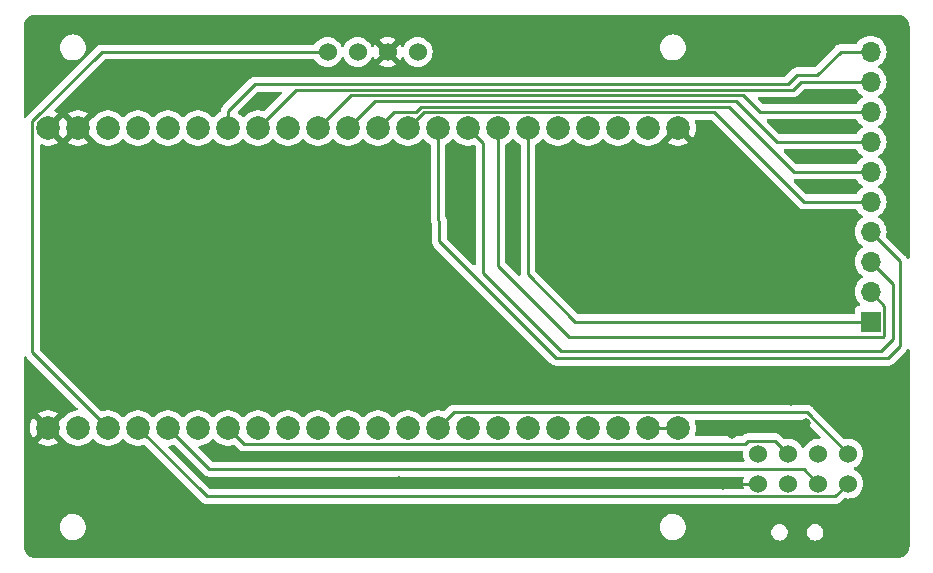
<source format=gbr>
%TF.GenerationSoftware,KiCad,Pcbnew,7.0.6*%
%TF.CreationDate,2024-02-09T00:40:26+01:00*%
%TF.ProjectId,openDTU,6f70656e-4454-4552-9e6b-696361645f70,rev?*%
%TF.SameCoordinates,Original*%
%TF.FileFunction,Copper,L1,Top*%
%TF.FilePolarity,Positive*%
%FSLAX46Y46*%
G04 Gerber Fmt 4.6, Leading zero omitted, Abs format (unit mm)*
G04 Created by KiCad (PCBNEW 7.0.6) date 2024-02-09 00:40:26*
%MOMM*%
%LPD*%
G01*
G04 APERTURE LIST*
%TA.AperFunction,ComponentPad*%
%ADD10C,1.524000*%
%TD*%
%TA.AperFunction,ComponentPad*%
%ADD11C,2.000000*%
%TD*%
%TA.AperFunction,ComponentPad*%
%ADD12R,1.700000X1.700000*%
%TD*%
%TA.AperFunction,ComponentPad*%
%ADD13O,1.700000X1.700000*%
%TD*%
%TA.AperFunction,ViaPad*%
%ADD14C,0.800000*%
%TD*%
%TA.AperFunction,Conductor*%
%ADD15C,0.250000*%
%TD*%
G04 APERTURE END LIST*
D10*
%TO.P,U3,1,SDA*%
%TO.N,/SDA*%
X131740800Y-64167600D03*
%TO.P,U3,2,SCL*%
%TO.N,/SCL*%
X134280800Y-64167600D03*
%TO.P,U3,3,GND*%
%TO.N,GND*%
X136820800Y-64167600D03*
%TO.P,U3,4,VCC*%
%TO.N,Net-(SW1-A)*%
X139360800Y-64167600D03*
%TD*%
%TO.P,U1,1,GND*%
%TO.N,GND*%
X168185000Y-100708500D03*
%TO.P,U1,2,VCC*%
%TO.N,+3.3V*%
X168185000Y-98168500D03*
%TO.P,U1,3,CE*%
%TO.N,/CE*%
X170725000Y-100708500D03*
%TO.P,U1,4,CSn*%
%TO.N,/CS*%
X170725000Y-98168500D03*
%TO.P,U1,5,SCK*%
%TO.N,/SCK*%
X173265000Y-100708500D03*
%TO.P,U1,6,MOSI*%
%TO.N,/MOSI*%
X173265000Y-98168500D03*
%TO.P,U1,7,MISO*%
%TO.N,/MISO*%
X175805000Y-100708500D03*
%TO.P,U1,8,IRQ*%
%TO.N,/IRQ*%
X175805000Y-98168500D03*
%TD*%
D11*
%TO.P,U2,1,3.3*%
%TO.N,+3.3V*%
X161400000Y-95999964D03*
%TO.P,U2,2,3.3*%
X158860000Y-95999964D03*
%TO.P,U2,3,RST*%
%TO.N,unconnected-(U2-RST-Pad3)*%
X156320000Y-95999964D03*
%TO.P,U2,4,4*%
%TO.N,/CE*%
X153780000Y-95999964D03*
%TO.P,U2,5,5*%
%TO.N,unconnected-(U2-Pad5)*%
X151240000Y-95999964D03*
%TO.P,U2,6,6*%
%TO.N,unconnected-(U2-Pad6)*%
X148700000Y-95999964D03*
%TO.P,U2,7,7*%
%TO.N,unconnected-(U2-Pad7)*%
X146160000Y-95999964D03*
%TO.P,U2,8,15*%
%TO.N,/SCL*%
X143620000Y-95999964D03*
%TO.P,U2,9,16*%
%TO.N,/IRQ*%
X141080000Y-95999964D03*
%TO.P,U2,10,17*%
%TO.N,unconnected-(U2-17-Pad10)*%
X138540000Y-95999964D03*
%TO.P,U2,11,18*%
%TO.N,unconnected-(U2-18-Pad11)*%
X136000000Y-95999964D03*
%TO.P,U2,12,8*%
%TO.N,unconnected-(U2-8-Pad12)*%
X133460000Y-95999964D03*
%TO.P,U2,13,3*%
%TO.N,unconnected-(U2-3-Pad13)*%
X130920000Y-95999964D03*
%TO.P,U2,14,46*%
%TO.N,unconnected-(U2-46-Pad14)*%
X128380000Y-95999964D03*
%TO.P,U2,15,9*%
%TO.N,unconnected-(U2-9-Pad15)*%
X125840000Y-95999964D03*
%TO.P,U2,16,10*%
%TO.N,/CS*%
X123300000Y-95999964D03*
%TO.P,U2,17,11*%
%TO.N,/MOSI*%
X120760000Y-95999964D03*
%TO.P,U2,18,12*%
%TO.N,/SCK*%
X118220000Y-95999964D03*
%TO.P,U2,19,13*%
%TO.N,/MISO*%
X115680000Y-95999964D03*
%TO.P,U2,20,14*%
%TO.N,/SDA*%
X113140000Y-95999964D03*
%TO.P,U2,21,5V*%
%TO.N,unconnected-(U2-5V-Pad21)*%
X110600000Y-95999964D03*
%TO.P,U2,22,GND*%
%TO.N,GND*%
X108060000Y-95999964D03*
%TO.P,U2,23,GND*%
X108060000Y-70598100D03*
%TO.P,U2,24,GND*%
X110600000Y-70599964D03*
%TO.P,U2,25,19*%
%TO.N,unconnected-(U2-19-Pad25)*%
X113140000Y-70599964D03*
%TO.P,U2,26,20*%
%TO.N,unconnected-(U2-20-Pad26)*%
X115680000Y-70599964D03*
%TO.P,U2,27,21*%
%TO.N,unconnected-(U2-21-Pad27)*%
X118220000Y-70599964D03*
%TO.P,U2,28,47*%
%TO.N,unconnected-(U2-47-Pad28)*%
X120760000Y-70599964D03*
%TO.P,U2,29,48*%
%TO.N,Net-(J1-Pin_10)*%
X123300000Y-70599964D03*
%TO.P,U2,30,45*%
%TO.N,Net-(J1-Pin_9)*%
X125840000Y-70599964D03*
%TO.P,U2,31,0*%
%TO.N,unconnected-(U2-0-Pad31)*%
X128380000Y-70599964D03*
%TO.P,U2,32,35*%
%TO.N,Net-(J1-Pin_8)*%
X130920000Y-70599964D03*
%TO.P,U2,33,36*%
%TO.N,Net-(J1-Pin_7)*%
X133460000Y-70599964D03*
%TO.P,U2,34,37*%
%TO.N,Net-(J1-Pin_6)*%
X136000000Y-70599964D03*
%TO.P,U2,35,38*%
%TO.N,Net-(J1-Pin_5)*%
X138540000Y-70599964D03*
%TO.P,U2,36,39*%
%TO.N,Net-(J1-Pin_4)*%
X141080000Y-70599964D03*
%TO.P,U2,37,40*%
%TO.N,Net-(J1-Pin_3)*%
X143620000Y-70599964D03*
%TO.P,U2,38,41*%
%TO.N,Net-(J1-Pin_2)*%
X146160000Y-70599964D03*
%TO.P,U2,39,42*%
%TO.N,Net-(J1-Pin_1)*%
X148700000Y-70599964D03*
%TO.P,U2,40,2*%
%TO.N,unconnected-(U2-2-Pad40)*%
X151240000Y-70599964D03*
%TO.P,U2,41,1*%
%TO.N,unconnected-(U2-1-Pad41)*%
X153780000Y-70599964D03*
%TO.P,U2,42,RX*%
%TO.N,unconnected-(U2-RX-Pad42)*%
X156320000Y-70599964D03*
%TO.P,U2,43,TX*%
%TO.N,unconnected-(U2-TX-Pad43)*%
X158860000Y-70599964D03*
%TO.P,U2,44,GND*%
%TO.N,GND*%
X161400000Y-70599964D03*
%TD*%
D12*
%TO.P,J1,1,Pin_1*%
%TO.N,Net-(J1-Pin_1)*%
X177700000Y-87000000D03*
D13*
%TO.P,J1,2,Pin_2*%
%TO.N,Net-(J1-Pin_2)*%
X177700000Y-84460000D03*
%TO.P,J1,3,Pin_3*%
%TO.N,Net-(J1-Pin_3)*%
X177700000Y-81920000D03*
%TO.P,J1,4,Pin_4*%
%TO.N,Net-(J1-Pin_4)*%
X177700000Y-79380000D03*
%TO.P,J1,5,Pin_5*%
%TO.N,Net-(J1-Pin_5)*%
X177700000Y-76840000D03*
%TO.P,J1,6,Pin_6*%
%TO.N,Net-(J1-Pin_6)*%
X177700000Y-74300000D03*
%TO.P,J1,7,Pin_7*%
%TO.N,Net-(J1-Pin_7)*%
X177700000Y-71760000D03*
%TO.P,J1,8,Pin_8*%
%TO.N,Net-(J1-Pin_8)*%
X177700000Y-69220000D03*
%TO.P,J1,9,Pin_9*%
%TO.N,Net-(J1-Pin_9)*%
X177700000Y-66680000D03*
%TO.P,J1,10,Pin_10*%
%TO.N,Net-(J1-Pin_10)*%
X177700000Y-64140000D03*
%TD*%
D14*
%TO.N,GND*%
X178200000Y-99500000D03*
X137800000Y-100500000D03*
X173100000Y-73200000D03*
X172200000Y-95600000D03*
X143900000Y-75100000D03*
X165200000Y-100800000D03*
X147300000Y-77800000D03*
X173100000Y-75400000D03*
X166000000Y-96500000D03*
X126300000Y-68100000D03*
X171000000Y-93700000D03*
X144500000Y-98400000D03*
X173700000Y-67700000D03*
X173200000Y-70300000D03*
X168500000Y-95900000D03*
%TD*%
D15*
%TO.N,+3.3V*%
X158860000Y-96000000D02*
X161400000Y-96000000D01*
%TO.N,GND*%
X171900000Y-95900000D02*
X168500000Y-95900000D01*
X168185000Y-100708500D02*
X165291500Y-100708500D01*
X172200000Y-95600000D02*
X171900000Y-95900000D01*
X165291500Y-100708500D02*
X165200000Y-100800000D01*
%TO.N,/CS*%
X167096900Y-97326100D02*
X124626100Y-97326100D01*
X169622100Y-97065600D02*
X167357400Y-97065600D01*
X170725000Y-98168500D02*
X169622100Y-97065600D01*
X167357400Y-97065600D02*
X167096900Y-97326100D01*
X124626100Y-97326100D02*
X123300000Y-96000000D01*
%TO.N,/SCK*%
X172044700Y-99488200D02*
X121708200Y-99488200D01*
X121708200Y-99488200D02*
X118220000Y-96000000D01*
X173265000Y-100708500D02*
X172044700Y-99488200D01*
%TO.N,/MISO*%
X174710100Y-101803400D02*
X121483400Y-101803400D01*
X175805000Y-100708500D02*
X174710100Y-101803400D01*
X121483400Y-101803400D02*
X115680000Y-96000000D01*
%TO.N,/IRQ*%
X172303200Y-94666700D02*
X175805000Y-98168500D01*
X142413300Y-94666700D02*
X172303200Y-94666700D01*
X141080000Y-96000000D02*
X142413300Y-94666700D01*
%TO.N,Net-(J1-Pin_1)*%
X177700000Y-87000000D02*
X152700000Y-87000000D01*
X148700000Y-83000000D02*
X148700000Y-70599964D01*
X152700000Y-87000000D02*
X148700000Y-83000000D01*
%TO.N,Net-(J1-Pin_2)*%
X178875000Y-85635000D02*
X178875000Y-88175000D01*
X146160000Y-82260000D02*
X146160000Y-70599964D01*
X178750000Y-88300000D02*
X152200000Y-88300000D01*
X177700000Y-84460000D02*
X178875000Y-85635000D01*
X152200000Y-88300000D02*
X146160000Y-82260000D01*
X178875000Y-88175000D02*
X178750000Y-88300000D01*
%TO.N,Net-(J1-Pin_3)*%
X151500000Y-89500000D02*
X144900000Y-82900000D01*
X178600000Y-89500000D02*
X151500000Y-89500000D01*
X179600000Y-88500000D02*
X178600000Y-89500000D01*
X179600000Y-83820000D02*
X179600000Y-88500000D01*
X144900000Y-71879964D02*
X143620000Y-70599964D01*
X177700000Y-81920000D02*
X179600000Y-83820000D01*
X144900000Y-82900000D02*
X144900000Y-71879964D01*
%TO.N,Net-(J1-Pin_4)*%
X141200000Y-80200000D02*
X141200000Y-78500000D01*
X180200000Y-89100000D02*
X179200000Y-90100000D01*
X141200000Y-78500000D02*
X141080000Y-78380000D01*
X180200000Y-81880000D02*
X180200000Y-89100000D01*
X151100000Y-90100000D02*
X141200000Y-80200000D01*
X141080000Y-78380000D02*
X141080000Y-70599964D01*
X177700000Y-79380000D02*
X180200000Y-81880000D01*
X179200000Y-90100000D02*
X151100000Y-90100000D01*
%TO.N,Net-(J1-Pin_5)*%
X138540000Y-70599964D02*
X139865000Y-69274964D01*
X164474964Y-69274964D02*
X172040000Y-76840000D01*
X172040000Y-76840000D02*
X177700000Y-76840000D01*
X139865000Y-69274964D02*
X164474964Y-69274964D01*
%TO.N,Net-(J1-Pin_6)*%
X171200000Y-74300000D02*
X177700000Y-74300000D01*
X165724964Y-68824964D02*
X171200000Y-74300000D01*
X139174964Y-69274964D02*
X139624964Y-68824964D01*
X136000000Y-70599964D02*
X137325000Y-69274964D01*
X139624964Y-68824964D02*
X165724964Y-68824964D01*
X137325000Y-69274964D02*
X139174964Y-69274964D01*
%TO.N,Net-(J1-Pin_7)*%
X169760000Y-71760000D02*
X177700000Y-71760000D01*
X166300000Y-68300000D02*
X169760000Y-71760000D01*
X135759964Y-68300000D02*
X166300000Y-68300000D01*
X133460000Y-70599964D02*
X135759964Y-68300000D01*
%TO.N,Net-(J1-Pin_8)*%
X166900000Y-67800000D02*
X133719964Y-67800000D01*
X133719964Y-67800000D02*
X130920000Y-70599964D01*
X177700000Y-69220000D02*
X168320000Y-69220000D01*
X168320000Y-69220000D02*
X166900000Y-67800000D01*
%TO.N,Net-(J1-Pin_9)*%
X129089964Y-67350000D02*
X171150000Y-67350000D01*
X171150000Y-67350000D02*
X171820000Y-66680000D01*
X171820000Y-66680000D02*
X177700000Y-66680000D01*
X125840000Y-70599964D02*
X129089964Y-67350000D01*
%TO.N,Net-(J1-Pin_10)*%
X125600000Y-66900000D02*
X123300000Y-69200000D01*
X175160000Y-64140000D02*
X173200000Y-66100000D01*
X123300000Y-69200000D02*
X123300000Y-70599964D01*
X170700000Y-66900000D02*
X125600000Y-66900000D01*
X177700000Y-64140000D02*
X175160000Y-64140000D01*
X171500000Y-66100000D02*
X170700000Y-66900000D01*
X173200000Y-66100000D02*
X171500000Y-66100000D01*
%TO.N,/SDA*%
X106735000Y-70049267D02*
X112616667Y-64167600D01*
X112616667Y-64167600D02*
X131740800Y-64167600D01*
X113140000Y-95999964D02*
X106735000Y-89594964D01*
X106735000Y-89594964D02*
X106735000Y-70049267D01*
%TD*%
%TA.AperFunction,Conductor*%
%TO.N,GND*%
G36*
X109283433Y-71467981D02*
G01*
X109308220Y-71465411D01*
X109333806Y-71465411D01*
X109376565Y-71469845D01*
X110116923Y-70729487D01*
X110140507Y-70809808D01*
X110218239Y-70930762D01*
X110326900Y-71024916D01*
X110457685Y-71084644D01*
X110467466Y-71086050D01*
X109729942Y-71823573D01*
X109776768Y-71860019D01*
X109776770Y-71860020D01*
X109995385Y-71978328D01*
X109995396Y-71978333D01*
X110230506Y-72059047D01*
X110475707Y-72099964D01*
X110724293Y-72099964D01*
X110969493Y-72059047D01*
X111204603Y-71978333D01*
X111204614Y-71978328D01*
X111423228Y-71860021D01*
X111423231Y-71860019D01*
X111470056Y-71823573D01*
X110732533Y-71086050D01*
X110742315Y-71084644D01*
X110873100Y-71024916D01*
X110981761Y-70930762D01*
X111059493Y-70809808D01*
X111083076Y-70729488D01*
X111823434Y-71469846D01*
X111834861Y-71468661D01*
X111903573Y-71481324D01*
X111948092Y-71521158D01*
X111948683Y-71520699D01*
X111951218Y-71523956D01*
X111951456Y-71524169D01*
X111951831Y-71524744D01*
X111951836Y-71524749D01*
X112120256Y-71707702D01*
X112316491Y-71860438D01*
X112316493Y-71860439D01*
X112534332Y-71978328D01*
X112535190Y-71978792D01*
X112744138Y-72050524D01*
X112768964Y-72059047D01*
X112770386Y-72059535D01*
X113015665Y-72100464D01*
X113264335Y-72100464D01*
X113509614Y-72059535D01*
X113744810Y-71978792D01*
X113963509Y-71860438D01*
X114159744Y-71707702D01*
X114318771Y-71534952D01*
X114378657Y-71498963D01*
X114448495Y-71501063D01*
X114501228Y-71534952D01*
X114660256Y-71707702D01*
X114856491Y-71860438D01*
X114856493Y-71860439D01*
X115074332Y-71978328D01*
X115075190Y-71978792D01*
X115284138Y-72050524D01*
X115308964Y-72059047D01*
X115310386Y-72059535D01*
X115555665Y-72100464D01*
X115804335Y-72100464D01*
X116049614Y-72059535D01*
X116284810Y-71978792D01*
X116503509Y-71860438D01*
X116699744Y-71707702D01*
X116858771Y-71534952D01*
X116918657Y-71498963D01*
X116988495Y-71501063D01*
X117041228Y-71534952D01*
X117200256Y-71707702D01*
X117396491Y-71860438D01*
X117396493Y-71860439D01*
X117614332Y-71978328D01*
X117615190Y-71978792D01*
X117824138Y-72050524D01*
X117848964Y-72059047D01*
X117850386Y-72059535D01*
X118095665Y-72100464D01*
X118344335Y-72100464D01*
X118589614Y-72059535D01*
X118824810Y-71978792D01*
X119043509Y-71860438D01*
X119239744Y-71707702D01*
X119398771Y-71534952D01*
X119458657Y-71498963D01*
X119528495Y-71501063D01*
X119581228Y-71534952D01*
X119740256Y-71707702D01*
X119936491Y-71860438D01*
X119936493Y-71860439D01*
X120154332Y-71978328D01*
X120155190Y-71978792D01*
X120364138Y-72050524D01*
X120388964Y-72059047D01*
X120390386Y-72059535D01*
X120635665Y-72100464D01*
X120884335Y-72100464D01*
X121129614Y-72059535D01*
X121364810Y-71978792D01*
X121583509Y-71860438D01*
X121779744Y-71707702D01*
X121938771Y-71534952D01*
X121998657Y-71498963D01*
X122068495Y-71501063D01*
X122121228Y-71534952D01*
X122280256Y-71707702D01*
X122476491Y-71860438D01*
X122476493Y-71860439D01*
X122694332Y-71978328D01*
X122695190Y-71978792D01*
X122904138Y-72050524D01*
X122928964Y-72059047D01*
X122930386Y-72059535D01*
X123175665Y-72100464D01*
X123424335Y-72100464D01*
X123669614Y-72059535D01*
X123904810Y-71978792D01*
X124123509Y-71860438D01*
X124319744Y-71707702D01*
X124478771Y-71534952D01*
X124538657Y-71498963D01*
X124608495Y-71501063D01*
X124661228Y-71534952D01*
X124820256Y-71707702D01*
X125016491Y-71860438D01*
X125016493Y-71860439D01*
X125234332Y-71978328D01*
X125235190Y-71978792D01*
X125444138Y-72050524D01*
X125468964Y-72059047D01*
X125470386Y-72059535D01*
X125715665Y-72100464D01*
X125964335Y-72100464D01*
X126209614Y-72059535D01*
X126444810Y-71978792D01*
X126663509Y-71860438D01*
X126859744Y-71707702D01*
X127018771Y-71534952D01*
X127078657Y-71498963D01*
X127148495Y-71501063D01*
X127201228Y-71534952D01*
X127360256Y-71707702D01*
X127556491Y-71860438D01*
X127556493Y-71860439D01*
X127774332Y-71978328D01*
X127775190Y-71978792D01*
X127984138Y-72050524D01*
X128008964Y-72059047D01*
X128010386Y-72059535D01*
X128255665Y-72100464D01*
X128504335Y-72100464D01*
X128749614Y-72059535D01*
X128984810Y-71978792D01*
X129203509Y-71860438D01*
X129399744Y-71707702D01*
X129558771Y-71534952D01*
X129618657Y-71498963D01*
X129688495Y-71501063D01*
X129741228Y-71534952D01*
X129900256Y-71707702D01*
X130096491Y-71860438D01*
X130096493Y-71860439D01*
X130314332Y-71978328D01*
X130315190Y-71978792D01*
X130524138Y-72050524D01*
X130548964Y-72059047D01*
X130550386Y-72059535D01*
X130795665Y-72100464D01*
X131044335Y-72100464D01*
X131289614Y-72059535D01*
X131524810Y-71978792D01*
X131743509Y-71860438D01*
X131939744Y-71707702D01*
X132098771Y-71534952D01*
X132158657Y-71498963D01*
X132228495Y-71501063D01*
X132281228Y-71534952D01*
X132440256Y-71707702D01*
X132636491Y-71860438D01*
X132636493Y-71860439D01*
X132854332Y-71978328D01*
X132855190Y-71978792D01*
X133064138Y-72050524D01*
X133088964Y-72059047D01*
X133090386Y-72059535D01*
X133335665Y-72100464D01*
X133584335Y-72100464D01*
X133829614Y-72059535D01*
X134064810Y-71978792D01*
X134283509Y-71860438D01*
X134479744Y-71707702D01*
X134638771Y-71534952D01*
X134698657Y-71498963D01*
X134768495Y-71501063D01*
X134821228Y-71534952D01*
X134980256Y-71707702D01*
X135176491Y-71860438D01*
X135176493Y-71860439D01*
X135394332Y-71978328D01*
X135395190Y-71978792D01*
X135604138Y-72050524D01*
X135628964Y-72059047D01*
X135630386Y-72059535D01*
X135875665Y-72100464D01*
X136124335Y-72100464D01*
X136369614Y-72059535D01*
X136604810Y-71978792D01*
X136823509Y-71860438D01*
X137019744Y-71707702D01*
X137178771Y-71534952D01*
X137238657Y-71498963D01*
X137308495Y-71501063D01*
X137361228Y-71534952D01*
X137520256Y-71707702D01*
X137716491Y-71860438D01*
X137716493Y-71860439D01*
X137934332Y-71978328D01*
X137935190Y-71978792D01*
X138144138Y-72050524D01*
X138168964Y-72059047D01*
X138170386Y-72059535D01*
X138415665Y-72100464D01*
X138664335Y-72100464D01*
X138909614Y-72059535D01*
X139144810Y-71978792D01*
X139363509Y-71860438D01*
X139559744Y-71707702D01*
X139718771Y-71534952D01*
X139778657Y-71498963D01*
X139848495Y-71501063D01*
X139901228Y-71534952D01*
X140060256Y-71707702D01*
X140182764Y-71803054D01*
X140256488Y-71860436D01*
X140256493Y-71860439D01*
X140389517Y-71932428D01*
X140439108Y-71981647D01*
X140454500Y-72041483D01*
X140454500Y-78297255D01*
X140452775Y-78312872D01*
X140453061Y-78312899D01*
X140452326Y-78320665D01*
X140454500Y-78389814D01*
X140454500Y-78419343D01*
X140454501Y-78419360D01*
X140455368Y-78426231D01*
X140455826Y-78432050D01*
X140457290Y-78478624D01*
X140457291Y-78478627D01*
X140462880Y-78497867D01*
X140466824Y-78516911D01*
X140469336Y-78536792D01*
X140481344Y-78567122D01*
X140486490Y-78580119D01*
X140488382Y-78585647D01*
X140501381Y-78630388D01*
X140511580Y-78647634D01*
X140520138Y-78665103D01*
X140527514Y-78683732D01*
X140550818Y-78715807D01*
X140574298Y-78781613D01*
X140574500Y-78788692D01*
X140574500Y-80117255D01*
X140572775Y-80132872D01*
X140573061Y-80132899D01*
X140572326Y-80140665D01*
X140574500Y-80209814D01*
X140574500Y-80239343D01*
X140574501Y-80239360D01*
X140575368Y-80246231D01*
X140575826Y-80252050D01*
X140577290Y-80298624D01*
X140577291Y-80298627D01*
X140582880Y-80317867D01*
X140586824Y-80336911D01*
X140589336Y-80356791D01*
X140606490Y-80400119D01*
X140608382Y-80405647D01*
X140621381Y-80450388D01*
X140631580Y-80467634D01*
X140640138Y-80485103D01*
X140647514Y-80503732D01*
X140674898Y-80541423D01*
X140678106Y-80546307D01*
X140701827Y-80586416D01*
X140701833Y-80586424D01*
X140715990Y-80600580D01*
X140728628Y-80615376D01*
X140740405Y-80631586D01*
X140740406Y-80631587D01*
X140776309Y-80661288D01*
X140780620Y-80665210D01*
X148808878Y-88693469D01*
X150599197Y-90483788D01*
X150609022Y-90496051D01*
X150609243Y-90495869D01*
X150614214Y-90501878D01*
X150635043Y-90521437D01*
X150664635Y-90549226D01*
X150685529Y-90570120D01*
X150691011Y-90574373D01*
X150695443Y-90578157D01*
X150729418Y-90610062D01*
X150746976Y-90619714D01*
X150763235Y-90630395D01*
X150779064Y-90642673D01*
X150821838Y-90661182D01*
X150827056Y-90663738D01*
X150867908Y-90686197D01*
X150887316Y-90691180D01*
X150905717Y-90697480D01*
X150924104Y-90705437D01*
X150967488Y-90712308D01*
X150970119Y-90712725D01*
X150975839Y-90713909D01*
X151020981Y-90725500D01*
X151041016Y-90725500D01*
X151060414Y-90727026D01*
X151080194Y-90730159D01*
X151080195Y-90730160D01*
X151080195Y-90730159D01*
X151080196Y-90730160D01*
X151126583Y-90725775D01*
X151132422Y-90725500D01*
X179117257Y-90725500D01*
X179132877Y-90727224D01*
X179132904Y-90726939D01*
X179140660Y-90727671D01*
X179140667Y-90727673D01*
X179209814Y-90725500D01*
X179239350Y-90725500D01*
X179246228Y-90724630D01*
X179252041Y-90724172D01*
X179298627Y-90722709D01*
X179317869Y-90717117D01*
X179336912Y-90713174D01*
X179356792Y-90710664D01*
X179400122Y-90693507D01*
X179405646Y-90691617D01*
X179409396Y-90690527D01*
X179450390Y-90678618D01*
X179467629Y-90668422D01*
X179485103Y-90659862D01*
X179503727Y-90652488D01*
X179503727Y-90652487D01*
X179503732Y-90652486D01*
X179541449Y-90625082D01*
X179546305Y-90621892D01*
X179586420Y-90598170D01*
X179600589Y-90583999D01*
X179615379Y-90571368D01*
X179631587Y-90559594D01*
X179661299Y-90523676D01*
X179665212Y-90519376D01*
X180583786Y-89600802D01*
X180596048Y-89590980D01*
X180595865Y-89590759D01*
X180601867Y-89585792D01*
X180601877Y-89585786D01*
X180649241Y-89535348D01*
X180670120Y-89514470D01*
X180674373Y-89508986D01*
X180678150Y-89504563D01*
X180710062Y-89470582D01*
X180719714Y-89453023D01*
X180730389Y-89436772D01*
X180742674Y-89420936D01*
X180761186Y-89378153D01*
X180763752Y-89372915D01*
X180765715Y-89369346D01*
X180766854Y-89367276D01*
X180816413Y-89318025D01*
X180884732Y-89303386D01*
X180950120Y-89328007D01*
X180991816Y-89384071D01*
X180999500Y-89427042D01*
X180999500Y-105997289D01*
X180999264Y-106002697D01*
X180995523Y-106045445D01*
X180983082Y-106171760D01*
X180979454Y-106191699D01*
X180961601Y-106258330D01*
X180933318Y-106351563D01*
X180927040Y-106367971D01*
X180895614Y-106435367D01*
X180894101Y-106438393D01*
X180849236Y-106522327D01*
X180845341Y-106528667D01*
X180799015Y-106594828D01*
X180796154Y-106598600D01*
X180736895Y-106670808D01*
X180732806Y-106675320D01*
X180675320Y-106732806D01*
X180670808Y-106736895D01*
X180598600Y-106796154D01*
X180594828Y-106799015D01*
X180528667Y-106845341D01*
X180522327Y-106849236D01*
X180438393Y-106894101D01*
X180435367Y-106895614D01*
X180367971Y-106927040D01*
X180351563Y-106933318D01*
X180258330Y-106961601D01*
X180191699Y-106979454D01*
X180171760Y-106983082D01*
X180045445Y-106995523D01*
X180004789Y-106999080D01*
X180002696Y-106999264D01*
X179997290Y-106999500D01*
X107002710Y-106999500D01*
X106997303Y-106999264D01*
X106995015Y-106999063D01*
X106954554Y-106995523D01*
X106828238Y-106983082D01*
X106808299Y-106979454D01*
X106741669Y-106961601D01*
X106648435Y-106933319D01*
X106632027Y-106927040D01*
X106583433Y-106904381D01*
X106564618Y-106895607D01*
X106561605Y-106894101D01*
X106477671Y-106849236D01*
X106471331Y-106845341D01*
X106405170Y-106799015D01*
X106401398Y-106796154D01*
X106329190Y-106736895D01*
X106324688Y-106732815D01*
X106267182Y-106675309D01*
X106263103Y-106670808D01*
X106203844Y-106598600D01*
X106200983Y-106594828D01*
X106154657Y-106528667D01*
X106150762Y-106522327D01*
X106125982Y-106475969D01*
X106105888Y-106438375D01*
X106104406Y-106435411D01*
X106072958Y-106367971D01*
X106066682Y-106351570D01*
X106038398Y-106258330D01*
X106020541Y-106191685D01*
X106016918Y-106171771D01*
X106004482Y-106045519D01*
X106000735Y-106002695D01*
X106000500Y-105997293D01*
X106000500Y-104386600D01*
X109045585Y-104386600D01*
X109064402Y-104589682D01*
X109120217Y-104785847D01*
X109120222Y-104785860D01*
X109211127Y-104968421D01*
X109334037Y-105131181D01*
X109484758Y-105268580D01*
X109484760Y-105268582D01*
X109610948Y-105346713D01*
X109658163Y-105375948D01*
X109689663Y-105388151D01*
X109692727Y-105389444D01*
X109692802Y-105389470D01*
X109692804Y-105389471D01*
X109693821Y-105389823D01*
X109695299Y-105390335D01*
X109773685Y-105420701D01*
X109848344Y-105449624D01*
X109881195Y-105455765D01*
X109884408Y-105456454D01*
X109890870Y-105458022D01*
X109890875Y-105458024D01*
X109890879Y-105458024D01*
X109890881Y-105458025D01*
X109901293Y-105459522D01*
X109928496Y-105464607D01*
X110048824Y-105487100D01*
X110048826Y-105487100D01*
X110084237Y-105487100D01*
X110092443Y-105487686D01*
X110092449Y-105487572D01*
X110098337Y-105487852D01*
X110098341Y-105487853D01*
X110098344Y-105487852D01*
X110098348Y-105487853D01*
X110106754Y-105487453D01*
X110106764Y-105487455D01*
X110112738Y-105487170D01*
X110115691Y-105487100D01*
X110252775Y-105487100D01*
X110252776Y-105487100D01*
X110295998Y-105479020D01*
X110304446Y-105478035D01*
X110307702Y-105477880D01*
X110307704Y-105477879D01*
X110309581Y-105477790D01*
X110309627Y-105477785D01*
X110342714Y-105476208D01*
X110373094Y-105464608D01*
X110453256Y-105449624D01*
X110498181Y-105432219D01*
X110505945Y-105429786D01*
X110511393Y-105428465D01*
X110511396Y-105428463D01*
X110514140Y-105427798D01*
X110514170Y-105427790D01*
X110543386Y-105420701D01*
X110569799Y-105404475D01*
X110626695Y-105382433D01*
X110643435Y-105375949D01*
X110643440Y-105375946D01*
X110688044Y-105348328D01*
X110694892Y-105344664D01*
X110702051Y-105341395D01*
X110702054Y-105341392D01*
X110706375Y-105339420D01*
X110708328Y-105338528D01*
X110709582Y-105338347D01*
X110712829Y-105336472D01*
X110730045Y-105328610D01*
X110751828Y-105308834D01*
X110816841Y-105268581D01*
X110858853Y-105230281D01*
X110864609Y-105225636D01*
X110872785Y-105219815D01*
X110872789Y-105219810D01*
X110872877Y-105219748D01*
X110875706Y-105218768D01*
X110882422Y-105212950D01*
X110896096Y-105203212D01*
X110912853Y-105181053D01*
X110967564Y-105131179D01*
X111004491Y-105082278D01*
X111009078Y-105076878D01*
X111012007Y-105073803D01*
X111013084Y-105072674D01*
X111017102Y-105070352D01*
X111025599Y-105059549D01*
X111035639Y-105049019D01*
X111047255Y-105025650D01*
X111090473Y-104968421D01*
X111117622Y-104913897D01*
X111125139Y-104905789D01*
X111126341Y-104902787D01*
X111137142Y-104881835D01*
X111143793Y-104871484D01*
X111150407Y-104848055D01*
X111181382Y-104785850D01*
X111198398Y-104726043D01*
X111205143Y-104715350D01*
X111206396Y-104708853D01*
X111213040Y-104686226D01*
X111216747Y-104676965D01*
X111218748Y-104654521D01*
X111237197Y-104589683D01*
X111244168Y-104514445D01*
X111245017Y-104508480D01*
X111248310Y-104491399D01*
X111248310Y-104491394D01*
X111251979Y-104472358D01*
X111249973Y-104451795D01*
X111256015Y-104386600D01*
X159845585Y-104386600D01*
X159864402Y-104589682D01*
X159920217Y-104785847D01*
X159920222Y-104785860D01*
X160011127Y-104968421D01*
X160134037Y-105131181D01*
X160284758Y-105268580D01*
X160284760Y-105268582D01*
X160410948Y-105346713D01*
X160458163Y-105375948D01*
X160489663Y-105388151D01*
X160492727Y-105389444D01*
X160492802Y-105389470D01*
X160492804Y-105389471D01*
X160493821Y-105389823D01*
X160495299Y-105390335D01*
X160573685Y-105420701D01*
X160648344Y-105449624D01*
X160681195Y-105455765D01*
X160684408Y-105456454D01*
X160690870Y-105458022D01*
X160690875Y-105458024D01*
X160690879Y-105458024D01*
X160690881Y-105458025D01*
X160701293Y-105459522D01*
X160728496Y-105464607D01*
X160848824Y-105487100D01*
X160848826Y-105487100D01*
X160884237Y-105487100D01*
X160892443Y-105487686D01*
X160892449Y-105487572D01*
X160898337Y-105487852D01*
X160898341Y-105487853D01*
X160898344Y-105487852D01*
X160898348Y-105487853D01*
X160906754Y-105487453D01*
X160906764Y-105487455D01*
X160912738Y-105487170D01*
X160915691Y-105487100D01*
X161052775Y-105487100D01*
X161052776Y-105487100D01*
X161095998Y-105479020D01*
X161104446Y-105478035D01*
X161107702Y-105477880D01*
X161107704Y-105477879D01*
X161109581Y-105477790D01*
X161109627Y-105477785D01*
X161142714Y-105476208D01*
X161173094Y-105464608D01*
X161253256Y-105449624D01*
X161298181Y-105432219D01*
X161305945Y-105429786D01*
X161311393Y-105428465D01*
X161311396Y-105428463D01*
X161314140Y-105427798D01*
X161314170Y-105427790D01*
X161343386Y-105420701D01*
X161369799Y-105404475D01*
X161426695Y-105382433D01*
X161443435Y-105375949D01*
X161443440Y-105375946D01*
X161488044Y-105348328D01*
X161494892Y-105344664D01*
X161502051Y-105341395D01*
X161502054Y-105341392D01*
X161506375Y-105339420D01*
X161508328Y-105338528D01*
X161509582Y-105338347D01*
X161512829Y-105336472D01*
X161530045Y-105328610D01*
X161551828Y-105308834D01*
X161616841Y-105268581D01*
X161658853Y-105230281D01*
X161664609Y-105225636D01*
X161672785Y-105219815D01*
X161672789Y-105219810D01*
X161672877Y-105219748D01*
X161675706Y-105218768D01*
X161682422Y-105212950D01*
X161696096Y-105203212D01*
X161712853Y-105181053D01*
X161767564Y-105131179D01*
X161804491Y-105082278D01*
X161809078Y-105076878D01*
X161812007Y-105073803D01*
X161813084Y-105072674D01*
X161817102Y-105070352D01*
X161825599Y-105059549D01*
X161835639Y-105049019D01*
X161847255Y-105025650D01*
X161890473Y-104968421D01*
X161917045Y-104915056D01*
X169299500Y-104915056D01*
X169312652Y-104968417D01*
X169340210Y-105080226D01*
X169419263Y-105230849D01*
X169419266Y-105230852D01*
X169532071Y-105358183D01*
X169578651Y-105390335D01*
X169672068Y-105454817D01*
X169672069Y-105454817D01*
X169672070Y-105454818D01*
X169831128Y-105515140D01*
X169907028Y-105524356D01*
X169957626Y-105530500D01*
X169957628Y-105530500D01*
X170042374Y-105530500D01*
X170084538Y-105525380D01*
X170168872Y-105515140D01*
X170327930Y-105454818D01*
X170467929Y-105358183D01*
X170580734Y-105230852D01*
X170586530Y-105219810D01*
X170633047Y-105131179D01*
X170659790Y-105080225D01*
X170700500Y-104915056D01*
X172299500Y-104915056D01*
X172312652Y-104968417D01*
X172340210Y-105080226D01*
X172419263Y-105230849D01*
X172419266Y-105230852D01*
X172532071Y-105358183D01*
X172578651Y-105390335D01*
X172672068Y-105454817D01*
X172672069Y-105454817D01*
X172672070Y-105454818D01*
X172831128Y-105515140D01*
X172907028Y-105524356D01*
X172957626Y-105530500D01*
X172957628Y-105530500D01*
X173042374Y-105530500D01*
X173084538Y-105525380D01*
X173168872Y-105515140D01*
X173327930Y-105454818D01*
X173467929Y-105358183D01*
X173580734Y-105230852D01*
X173586530Y-105219810D01*
X173633047Y-105131179D01*
X173659790Y-105080225D01*
X173700500Y-104915056D01*
X173700500Y-104744944D01*
X173659790Y-104579775D01*
X173625523Y-104514485D01*
X173580736Y-104429150D01*
X173543039Y-104386599D01*
X173467929Y-104301817D01*
X173418177Y-104267475D01*
X173327931Y-104205182D01*
X173168874Y-104144860D01*
X173168868Y-104144859D01*
X173042374Y-104129500D01*
X173042372Y-104129500D01*
X172957628Y-104129500D01*
X172957626Y-104129500D01*
X172831131Y-104144859D01*
X172831125Y-104144860D01*
X172672068Y-104205182D01*
X172532072Y-104301816D01*
X172419263Y-104429150D01*
X172340210Y-104579773D01*
X172306794Y-104715350D01*
X172299500Y-104744944D01*
X172299500Y-104915056D01*
X170700500Y-104915056D01*
X170700500Y-104744944D01*
X170659790Y-104579775D01*
X170625523Y-104514485D01*
X170580736Y-104429150D01*
X170543039Y-104386599D01*
X170467929Y-104301817D01*
X170418177Y-104267475D01*
X170327931Y-104205182D01*
X170168874Y-104144860D01*
X170168868Y-104144859D01*
X170042374Y-104129500D01*
X170042372Y-104129500D01*
X169957628Y-104129500D01*
X169957626Y-104129500D01*
X169831131Y-104144859D01*
X169831125Y-104144860D01*
X169672068Y-104205182D01*
X169532072Y-104301816D01*
X169419263Y-104429150D01*
X169340210Y-104579773D01*
X169306794Y-104715350D01*
X169299500Y-104744944D01*
X169299500Y-104915056D01*
X161917045Y-104915056D01*
X161917622Y-104913897D01*
X161925139Y-104905789D01*
X161926341Y-104902787D01*
X161937142Y-104881835D01*
X161943793Y-104871484D01*
X161950407Y-104848055D01*
X161981382Y-104785850D01*
X161998398Y-104726043D01*
X162005143Y-104715350D01*
X162006396Y-104708853D01*
X162013040Y-104686226D01*
X162016747Y-104676965D01*
X162018748Y-104654521D01*
X162037197Y-104589683D01*
X162044168Y-104514445D01*
X162045017Y-104508480D01*
X162048310Y-104491399D01*
X162048310Y-104491394D01*
X162051979Y-104472358D01*
X162049973Y-104451795D01*
X162056015Y-104386600D01*
X162049973Y-104321404D01*
X162052980Y-104306033D01*
X162045020Y-104264732D01*
X162044168Y-104258748D01*
X162037197Y-104183517D01*
X162018748Y-104118676D01*
X162018891Y-104101586D01*
X162013039Y-104086969D01*
X162006397Y-104064346D01*
X162005952Y-104062040D01*
X161998399Y-104047158D01*
X161981382Y-103987350D01*
X161981381Y-103987347D01*
X161981380Y-103987344D01*
X161950408Y-103925146D01*
X161947165Y-103906959D01*
X161937142Y-103891362D01*
X161926691Y-103871090D01*
X161917624Y-103859305D01*
X161890473Y-103804779D01*
X161890470Y-103804775D01*
X161890469Y-103804773D01*
X161847256Y-103747549D01*
X161840256Y-103729020D01*
X161825597Y-103713647D01*
X161818944Y-103705188D01*
X161813116Y-103700557D01*
X161809099Y-103696344D01*
X161804492Y-103690922D01*
X161793843Y-103676820D01*
X161767566Y-103642022D01*
X161767564Y-103642020D01*
X161712855Y-103592147D01*
X161701901Y-103574119D01*
X161682423Y-103560249D01*
X161677169Y-103555696D01*
X161672865Y-103553442D01*
X161664632Y-103547578D01*
X161658824Y-103542891D01*
X161644566Y-103529893D01*
X161616841Y-103504619D01*
X161616834Y-103504615D01*
X161616832Y-103504613D01*
X161551829Y-103464365D01*
X161536913Y-103447724D01*
X161512829Y-103436726D01*
X161510333Y-103435285D01*
X161508386Y-103434697D01*
X161494904Y-103428540D01*
X161488014Y-103424853D01*
X161443437Y-103397252D01*
X161397082Y-103379294D01*
X161369793Y-103368722D01*
X161351120Y-103354372D01*
X161311064Y-103344655D01*
X161309016Y-103344158D01*
X161305955Y-103343415D01*
X161298170Y-103340975D01*
X161267445Y-103329073D01*
X161253256Y-103323576D01*
X161253247Y-103323574D01*
X161253246Y-103323574D01*
X161173084Y-103308588D01*
X161151047Y-103297383D01*
X161104441Y-103295163D01*
X161095991Y-103294177D01*
X161052780Y-103286100D01*
X161052776Y-103286100D01*
X160915634Y-103286100D01*
X160912684Y-103286030D01*
X160898340Y-103285346D01*
X160892449Y-103285628D01*
X160892443Y-103285513D01*
X160884237Y-103286100D01*
X160848824Y-103286100D01*
X160805616Y-103294177D01*
X160701291Y-103313678D01*
X160690872Y-103315176D01*
X160684393Y-103316748D01*
X160681173Y-103317439D01*
X160648348Y-103323575D01*
X160648338Y-103323577D01*
X160495296Y-103382866D01*
X160492715Y-103383759D01*
X160489611Y-103385068D01*
X160458163Y-103397251D01*
X160458161Y-103397252D01*
X160284757Y-103504620D01*
X160134037Y-103642018D01*
X160011127Y-103804778D01*
X159920222Y-103987339D01*
X159920217Y-103987352D01*
X159864402Y-104183517D01*
X159845585Y-104386599D01*
X159845585Y-104386600D01*
X111256015Y-104386600D01*
X111249973Y-104321404D01*
X111252980Y-104306033D01*
X111245020Y-104264732D01*
X111244168Y-104258748D01*
X111237197Y-104183517D01*
X111218748Y-104118676D01*
X111218891Y-104101586D01*
X111213039Y-104086969D01*
X111206397Y-104064346D01*
X111205952Y-104062040D01*
X111198399Y-104047158D01*
X111181382Y-103987350D01*
X111181381Y-103987347D01*
X111181380Y-103987344D01*
X111150408Y-103925146D01*
X111147165Y-103906959D01*
X111137142Y-103891362D01*
X111126691Y-103871090D01*
X111117624Y-103859305D01*
X111090473Y-103804779D01*
X111090470Y-103804775D01*
X111090469Y-103804773D01*
X111047256Y-103747549D01*
X111040256Y-103729020D01*
X111025597Y-103713647D01*
X111018944Y-103705188D01*
X111013116Y-103700557D01*
X111009099Y-103696344D01*
X111004492Y-103690922D01*
X110993843Y-103676820D01*
X110967566Y-103642022D01*
X110967564Y-103642020D01*
X110912855Y-103592147D01*
X110901901Y-103574119D01*
X110882423Y-103560249D01*
X110877169Y-103555696D01*
X110872865Y-103553442D01*
X110864632Y-103547578D01*
X110858824Y-103542891D01*
X110844566Y-103529893D01*
X110816841Y-103504619D01*
X110816834Y-103504615D01*
X110816832Y-103504613D01*
X110751829Y-103464365D01*
X110736913Y-103447724D01*
X110712829Y-103436726D01*
X110710333Y-103435285D01*
X110708386Y-103434697D01*
X110694904Y-103428540D01*
X110688014Y-103424853D01*
X110643437Y-103397252D01*
X110597082Y-103379294D01*
X110569793Y-103368722D01*
X110551120Y-103354372D01*
X110511064Y-103344655D01*
X110509016Y-103344158D01*
X110505955Y-103343415D01*
X110498170Y-103340975D01*
X110467445Y-103329073D01*
X110453256Y-103323576D01*
X110453247Y-103323574D01*
X110453246Y-103323574D01*
X110373084Y-103308588D01*
X110351047Y-103297383D01*
X110304441Y-103295163D01*
X110295991Y-103294177D01*
X110252780Y-103286100D01*
X110252776Y-103286100D01*
X110115634Y-103286100D01*
X110112684Y-103286030D01*
X110098340Y-103285346D01*
X110092449Y-103285628D01*
X110092443Y-103285513D01*
X110084237Y-103286100D01*
X110048824Y-103286100D01*
X110005616Y-103294177D01*
X109901291Y-103313678D01*
X109890872Y-103315176D01*
X109884393Y-103316748D01*
X109881173Y-103317439D01*
X109848348Y-103323575D01*
X109848338Y-103323577D01*
X109695296Y-103382866D01*
X109692715Y-103383759D01*
X109689611Y-103385068D01*
X109658163Y-103397251D01*
X109658161Y-103397252D01*
X109484757Y-103504620D01*
X109334037Y-103642018D01*
X109211127Y-103804778D01*
X109120222Y-103987339D01*
X109120217Y-103987352D01*
X109064402Y-104183517D01*
X109045585Y-104386599D01*
X109045585Y-104386600D01*
X106000500Y-104386600D01*
X106000500Y-90035040D01*
X106020185Y-89968001D01*
X106072989Y-89922246D01*
X106142147Y-89912302D01*
X106205703Y-89941327D01*
X106231231Y-89971917D01*
X106236830Y-89981384D01*
X106236831Y-89981385D01*
X106236833Y-89981388D01*
X106250990Y-89995544D01*
X106263628Y-90010340D01*
X106275405Y-90026550D01*
X106275406Y-90026551D01*
X106311309Y-90056252D01*
X106315620Y-90060174D01*
X110291985Y-94036540D01*
X110544635Y-94289190D01*
X110578120Y-94350513D01*
X110573136Y-94420205D01*
X110531264Y-94476138D01*
X110477364Y-94499180D01*
X110230382Y-94540393D01*
X109995197Y-94621133D01*
X109995188Y-94621136D01*
X109776493Y-94739488D01*
X109580257Y-94892225D01*
X109411837Y-95075177D01*
X109411829Y-95075188D01*
X109411455Y-95075761D01*
X109411242Y-95075942D01*
X109408690Y-95079222D01*
X109408014Y-95078696D01*
X109358304Y-95121111D01*
X109294865Y-95131266D01*
X109283434Y-95130080D01*
X108543076Y-95870439D01*
X108519493Y-95790120D01*
X108441761Y-95669166D01*
X108333100Y-95575012D01*
X108202315Y-95515284D01*
X108192531Y-95513877D01*
X108930056Y-94776353D01*
X108883229Y-94739907D01*
X108664614Y-94621599D01*
X108664603Y-94621594D01*
X108429493Y-94540880D01*
X108184293Y-94499964D01*
X107935707Y-94499964D01*
X107690506Y-94540880D01*
X107455396Y-94621594D01*
X107455390Y-94621596D01*
X107236761Y-94739913D01*
X107189942Y-94776352D01*
X107189941Y-94776353D01*
X107927466Y-95513877D01*
X107917685Y-95515284D01*
X107786900Y-95575012D01*
X107678239Y-95669166D01*
X107600507Y-95790120D01*
X107576923Y-95870439D01*
X106836564Y-95130080D01*
X106736267Y-95283596D01*
X106636412Y-95511246D01*
X106575387Y-95752225D01*
X106575385Y-95752234D01*
X106554858Y-95999958D01*
X106554858Y-95999969D01*
X106575385Y-96247693D01*
X106575387Y-96247702D01*
X106636412Y-96488681D01*
X106736266Y-96716328D01*
X106836564Y-96869846D01*
X107576923Y-96129487D01*
X107600507Y-96209808D01*
X107678239Y-96330762D01*
X107786900Y-96424916D01*
X107917685Y-96484644D01*
X107927466Y-96486050D01*
X107189942Y-97223573D01*
X107236768Y-97260019D01*
X107236770Y-97260020D01*
X107455385Y-97378328D01*
X107455396Y-97378333D01*
X107690506Y-97459047D01*
X107935707Y-97499964D01*
X108184293Y-97499964D01*
X108429493Y-97459047D01*
X108664603Y-97378333D01*
X108664614Y-97378328D01*
X108883228Y-97260021D01*
X108883231Y-97260019D01*
X108930056Y-97223573D01*
X108192533Y-96486050D01*
X108202315Y-96484644D01*
X108333100Y-96424916D01*
X108441761Y-96330762D01*
X108519493Y-96209808D01*
X108543076Y-96129488D01*
X109283434Y-96869846D01*
X109294861Y-96868661D01*
X109363573Y-96881324D01*
X109408092Y-96921158D01*
X109408683Y-96920699D01*
X109411218Y-96923956D01*
X109411456Y-96924169D01*
X109411831Y-96924744D01*
X109421229Y-96934953D01*
X109580256Y-97107702D01*
X109776491Y-97260438D01*
X109776493Y-97260439D01*
X109994332Y-97378328D01*
X109995190Y-97378792D01*
X110150739Y-97432192D01*
X110228964Y-97459047D01*
X110230386Y-97459535D01*
X110475665Y-97500464D01*
X110724335Y-97500464D01*
X110969614Y-97459535D01*
X111204810Y-97378792D01*
X111423509Y-97260438D01*
X111619744Y-97107702D01*
X111778771Y-96934952D01*
X111838657Y-96898963D01*
X111908495Y-96901063D01*
X111961228Y-96934952D01*
X112120256Y-97107702D01*
X112316491Y-97260438D01*
X112316493Y-97260439D01*
X112534332Y-97378328D01*
X112535190Y-97378792D01*
X112690739Y-97432192D01*
X112768964Y-97459047D01*
X112770386Y-97459535D01*
X113015665Y-97500464D01*
X113264335Y-97500464D01*
X113509614Y-97459535D01*
X113744810Y-97378792D01*
X113963509Y-97260438D01*
X114159744Y-97107702D01*
X114318772Y-96934950D01*
X114378656Y-96898963D01*
X114448494Y-96901063D01*
X114501228Y-96934953D01*
X114660252Y-97107698D01*
X114660256Y-97107702D01*
X114856491Y-97260438D01*
X114856493Y-97260439D01*
X115074332Y-97378328D01*
X115075190Y-97378792D01*
X115230739Y-97432192D01*
X115308964Y-97459047D01*
X115310386Y-97459535D01*
X115555665Y-97500464D01*
X115804335Y-97500464D01*
X116049614Y-97459535D01*
X116129260Y-97432191D01*
X116199055Y-97429041D01*
X116257202Y-97461792D01*
X120982597Y-102187188D01*
X120992422Y-102199451D01*
X120992643Y-102199269D01*
X120997614Y-102205278D01*
X121018443Y-102224837D01*
X121048035Y-102252626D01*
X121068929Y-102273520D01*
X121074411Y-102277773D01*
X121078843Y-102281557D01*
X121112818Y-102313462D01*
X121130376Y-102323114D01*
X121146633Y-102333793D01*
X121162464Y-102346073D01*
X121182137Y-102354586D01*
X121205233Y-102364582D01*
X121210477Y-102367150D01*
X121251308Y-102389597D01*
X121263923Y-102392835D01*
X121270705Y-102394577D01*
X121289119Y-102400881D01*
X121307504Y-102408838D01*
X121353557Y-102416132D01*
X121359226Y-102417306D01*
X121404381Y-102428900D01*
X121424416Y-102428900D01*
X121443813Y-102430426D01*
X121463596Y-102433560D01*
X121509983Y-102429175D01*
X121515822Y-102428900D01*
X174627357Y-102428900D01*
X174642977Y-102430624D01*
X174643004Y-102430339D01*
X174650760Y-102431071D01*
X174650767Y-102431073D01*
X174719914Y-102428900D01*
X174749450Y-102428900D01*
X174756328Y-102428030D01*
X174762141Y-102427572D01*
X174808727Y-102426109D01*
X174827969Y-102420517D01*
X174847012Y-102416574D01*
X174866892Y-102414064D01*
X174910222Y-102396907D01*
X174915746Y-102395017D01*
X174919496Y-102393927D01*
X174960490Y-102382018D01*
X174977729Y-102371822D01*
X174995203Y-102363262D01*
X175013827Y-102355888D01*
X175013827Y-102355887D01*
X175013832Y-102355886D01*
X175051549Y-102328482D01*
X175056405Y-102325292D01*
X175096520Y-102301570D01*
X175110689Y-102287399D01*
X175125479Y-102274768D01*
X175141687Y-102262994D01*
X175171399Y-102227076D01*
X175175312Y-102222776D01*
X175421204Y-101976884D01*
X175482525Y-101943401D01*
X175540976Y-101944792D01*
X175584932Y-101956570D01*
X175742123Y-101970322D01*
X175804998Y-101975823D01*
X175805000Y-101975823D01*
X175805002Y-101975823D01*
X175860016Y-101971009D01*
X176025068Y-101956570D01*
X176238450Y-101899394D01*
X176438662Y-101806034D01*
X176619620Y-101679326D01*
X176775826Y-101523120D01*
X176902534Y-101342162D01*
X176995894Y-101141950D01*
X177053070Y-100928568D01*
X177072323Y-100708500D01*
X177053070Y-100488432D01*
X176995894Y-100275050D01*
X176902534Y-100074839D01*
X176775826Y-99893880D01*
X176619620Y-99737674D01*
X176619616Y-99737671D01*
X176619615Y-99737670D01*
X176438666Y-99610968D01*
X176438658Y-99610964D01*
X176309811Y-99550882D01*
X176257371Y-99504710D01*
X176238219Y-99437517D01*
X176258435Y-99370635D01*
X176309811Y-99326118D01*
X176315802Y-99323324D01*
X176438662Y-99266034D01*
X176619620Y-99139326D01*
X176775826Y-98983120D01*
X176902534Y-98802162D01*
X176995894Y-98601950D01*
X177053070Y-98388568D01*
X177072323Y-98168500D01*
X177053070Y-97948432D01*
X176995894Y-97735050D01*
X176902534Y-97534839D01*
X176793271Y-97378794D01*
X176775827Y-97353881D01*
X176775823Y-97353877D01*
X176619620Y-97197674D01*
X176619616Y-97197671D01*
X176619615Y-97197670D01*
X176438666Y-97070968D01*
X176438662Y-97070966D01*
X176296656Y-97004748D01*
X176238450Y-96977606D01*
X176238447Y-96977605D01*
X176238445Y-96977604D01*
X176025070Y-96920430D01*
X176025062Y-96920429D01*
X175805002Y-96901177D01*
X175804998Y-96901177D01*
X175658287Y-96914012D01*
X175584932Y-96920430D01*
X175584930Y-96920430D01*
X175584926Y-96920431D01*
X175540976Y-96932207D01*
X175471126Y-96930543D01*
X175421203Y-96900113D01*
X172804003Y-94282912D01*
X172794180Y-94270650D01*
X172793959Y-94270834D01*
X172788986Y-94264823D01*
X172770359Y-94247331D01*
X172738564Y-94217473D01*
X172728119Y-94207028D01*
X172717675Y-94196583D01*
X172712186Y-94192325D01*
X172707761Y-94188547D01*
X172673782Y-94156638D01*
X172673780Y-94156636D01*
X172673777Y-94156635D01*
X172656229Y-94146988D01*
X172639963Y-94136304D01*
X172624133Y-94124025D01*
X172581368Y-94105518D01*
X172576122Y-94102948D01*
X172535293Y-94080503D01*
X172535292Y-94080502D01*
X172515893Y-94075522D01*
X172497481Y-94069218D01*
X172479098Y-94061262D01*
X172479092Y-94061260D01*
X172433074Y-94053972D01*
X172427352Y-94052787D01*
X172382221Y-94041200D01*
X172382219Y-94041200D01*
X172362184Y-94041200D01*
X172342786Y-94039673D01*
X172335362Y-94038497D01*
X172323005Y-94036540D01*
X172323004Y-94036540D01*
X172276616Y-94040925D01*
X172270778Y-94041200D01*
X142496043Y-94041200D01*
X142480422Y-94039475D01*
X142480396Y-94039761D01*
X142472634Y-94039027D01*
X142472633Y-94039027D01*
X142403486Y-94041200D01*
X142373949Y-94041200D01*
X142367066Y-94042069D01*
X142361249Y-94042526D01*
X142314673Y-94043990D01*
X142295429Y-94049581D01*
X142276379Y-94053525D01*
X142256511Y-94056034D01*
X142213184Y-94073188D01*
X142207658Y-94075079D01*
X142162914Y-94088079D01*
X142162910Y-94088081D01*
X142145666Y-94098279D01*
X142128205Y-94106833D01*
X142109574Y-94114210D01*
X142109562Y-94114217D01*
X142071870Y-94141602D01*
X142066987Y-94144809D01*
X142026880Y-94168529D01*
X142012714Y-94182695D01*
X141997924Y-94195327D01*
X141981714Y-94207104D01*
X141981711Y-94207107D01*
X141952010Y-94243009D01*
X141948077Y-94247331D01*
X141657255Y-94538152D01*
X141595932Y-94571637D01*
X141529312Y-94567752D01*
X141449618Y-94540393D01*
X141204335Y-94499464D01*
X140955665Y-94499464D01*
X140710383Y-94540393D01*
X140475197Y-94621133D01*
X140475188Y-94621136D01*
X140256493Y-94739488D01*
X140060257Y-94892225D01*
X139901230Y-95064974D01*
X139841342Y-95100965D01*
X139771504Y-95098864D01*
X139718770Y-95064974D01*
X139679108Y-95021890D01*
X139559744Y-94892226D01*
X139363509Y-94739490D01*
X139363507Y-94739489D01*
X139363506Y-94739488D01*
X139144811Y-94621136D01*
X139144802Y-94621133D01*
X138909616Y-94540393D01*
X138664335Y-94499464D01*
X138415665Y-94499464D01*
X138170383Y-94540393D01*
X137935197Y-94621133D01*
X137935188Y-94621136D01*
X137716493Y-94739488D01*
X137520257Y-94892225D01*
X137361230Y-95064974D01*
X137301342Y-95100965D01*
X137231504Y-95098864D01*
X137178770Y-95064974D01*
X137139108Y-95021890D01*
X137019744Y-94892226D01*
X136823509Y-94739490D01*
X136823507Y-94739489D01*
X136823506Y-94739488D01*
X136604811Y-94621136D01*
X136604802Y-94621133D01*
X136369616Y-94540393D01*
X136124335Y-94499464D01*
X135875665Y-94499464D01*
X135630383Y-94540393D01*
X135395197Y-94621133D01*
X135395188Y-94621136D01*
X135176493Y-94739488D01*
X134980257Y-94892225D01*
X134821230Y-95064974D01*
X134761342Y-95100965D01*
X134691504Y-95098864D01*
X134638770Y-95064974D01*
X134599108Y-95021890D01*
X134479744Y-94892226D01*
X134283509Y-94739490D01*
X134283507Y-94739489D01*
X134283506Y-94739488D01*
X134064811Y-94621136D01*
X134064802Y-94621133D01*
X133829616Y-94540393D01*
X133584335Y-94499464D01*
X133335665Y-94499464D01*
X133090383Y-94540393D01*
X132855197Y-94621133D01*
X132855188Y-94621136D01*
X132636493Y-94739488D01*
X132440257Y-94892225D01*
X132281230Y-95064974D01*
X132221342Y-95100965D01*
X132151504Y-95098864D01*
X132098770Y-95064974D01*
X132059108Y-95021890D01*
X131939744Y-94892226D01*
X131743509Y-94739490D01*
X131743507Y-94739489D01*
X131743506Y-94739488D01*
X131524811Y-94621136D01*
X131524802Y-94621133D01*
X131289616Y-94540393D01*
X131044335Y-94499464D01*
X130795665Y-94499464D01*
X130550383Y-94540393D01*
X130315197Y-94621133D01*
X130315188Y-94621136D01*
X130096493Y-94739488D01*
X129900257Y-94892225D01*
X129741230Y-95064974D01*
X129681342Y-95100965D01*
X129611504Y-95098864D01*
X129558770Y-95064974D01*
X129519108Y-95021890D01*
X129399744Y-94892226D01*
X129203509Y-94739490D01*
X129203507Y-94739489D01*
X129203506Y-94739488D01*
X128984811Y-94621136D01*
X128984802Y-94621133D01*
X128749616Y-94540393D01*
X128504335Y-94499464D01*
X128255665Y-94499464D01*
X128010383Y-94540393D01*
X127775197Y-94621133D01*
X127775188Y-94621136D01*
X127556493Y-94739488D01*
X127360257Y-94892225D01*
X127201230Y-95064974D01*
X127141342Y-95100965D01*
X127071504Y-95098864D01*
X127018770Y-95064974D01*
X126979108Y-95021890D01*
X126859744Y-94892226D01*
X126663509Y-94739490D01*
X126663507Y-94739489D01*
X126663506Y-94739488D01*
X126444811Y-94621136D01*
X126444802Y-94621133D01*
X126209616Y-94540393D01*
X125964335Y-94499464D01*
X125715665Y-94499464D01*
X125470383Y-94540393D01*
X125235197Y-94621133D01*
X125235188Y-94621136D01*
X125016493Y-94739488D01*
X124820257Y-94892225D01*
X124661230Y-95064974D01*
X124601342Y-95100965D01*
X124531504Y-95098864D01*
X124478770Y-95064974D01*
X124439108Y-95021890D01*
X124319744Y-94892226D01*
X124123509Y-94739490D01*
X124123507Y-94739489D01*
X124123506Y-94739488D01*
X123904811Y-94621136D01*
X123904802Y-94621133D01*
X123669616Y-94540393D01*
X123424335Y-94499464D01*
X123175665Y-94499464D01*
X122930383Y-94540393D01*
X122695197Y-94621133D01*
X122695188Y-94621136D01*
X122476493Y-94739488D01*
X122280257Y-94892225D01*
X122121230Y-95064974D01*
X122061342Y-95100965D01*
X121991504Y-95098864D01*
X121938770Y-95064974D01*
X121899108Y-95021890D01*
X121779744Y-94892226D01*
X121583509Y-94739490D01*
X121583507Y-94739489D01*
X121583506Y-94739488D01*
X121364811Y-94621136D01*
X121364802Y-94621133D01*
X121129616Y-94540393D01*
X120884335Y-94499464D01*
X120635665Y-94499464D01*
X120390383Y-94540393D01*
X120155197Y-94621133D01*
X120155188Y-94621136D01*
X119936493Y-94739488D01*
X119740257Y-94892225D01*
X119581230Y-95064974D01*
X119521342Y-95100965D01*
X119451504Y-95098864D01*
X119398770Y-95064974D01*
X119359108Y-95021890D01*
X119239744Y-94892226D01*
X119043509Y-94739490D01*
X119043507Y-94739489D01*
X119043506Y-94739488D01*
X118824811Y-94621136D01*
X118824802Y-94621133D01*
X118589616Y-94540393D01*
X118344335Y-94499464D01*
X118095665Y-94499464D01*
X117850383Y-94540393D01*
X117615197Y-94621133D01*
X117615188Y-94621136D01*
X117396493Y-94739488D01*
X117200257Y-94892225D01*
X117041230Y-95064974D01*
X116981342Y-95100965D01*
X116911504Y-95098864D01*
X116858770Y-95064974D01*
X116819108Y-95021890D01*
X116699744Y-94892226D01*
X116503509Y-94739490D01*
X116503507Y-94739489D01*
X116503506Y-94739488D01*
X116284811Y-94621136D01*
X116284802Y-94621133D01*
X116049616Y-94540393D01*
X115804335Y-94499464D01*
X115555665Y-94499464D01*
X115310383Y-94540393D01*
X115075197Y-94621133D01*
X115075188Y-94621136D01*
X114856493Y-94739488D01*
X114660257Y-94892225D01*
X114501230Y-95064974D01*
X114441342Y-95100965D01*
X114371504Y-95098864D01*
X114318770Y-95064974D01*
X114279108Y-95021890D01*
X114159744Y-94892226D01*
X113963509Y-94739490D01*
X113963507Y-94739489D01*
X113963506Y-94739488D01*
X113744811Y-94621136D01*
X113744802Y-94621133D01*
X113509616Y-94540393D01*
X113264335Y-94499464D01*
X113015665Y-94499464D01*
X112770386Y-94540392D01*
X112690711Y-94567744D01*
X112620912Y-94570893D01*
X112562769Y-94538143D01*
X107396818Y-89372192D01*
X107363333Y-89310869D01*
X107360499Y-89284511D01*
X107360499Y-79835647D01*
X107360499Y-72117559D01*
X107380184Y-72050524D01*
X107432988Y-72004769D01*
X107502146Y-71994825D01*
X107524763Y-72000282D01*
X107690508Y-72057183D01*
X107935707Y-72098100D01*
X108184293Y-72098100D01*
X108429493Y-72057183D01*
X108664603Y-71976469D01*
X108664614Y-71976464D01*
X108883228Y-71858157D01*
X108883231Y-71858155D01*
X108930056Y-71821709D01*
X108192533Y-71084186D01*
X108202315Y-71082780D01*
X108333100Y-71023052D01*
X108441761Y-70928898D01*
X108519493Y-70807944D01*
X108543076Y-70727624D01*
X109283433Y-71467981D01*
G37*
%TD.AperFunction*%
%TA.AperFunction,Conductor*%
G36*
X118797202Y-97461792D02*
G01*
X121207394Y-99871984D01*
X121217219Y-99884248D01*
X121217440Y-99884066D01*
X121222410Y-99890073D01*
X121222413Y-99890076D01*
X121222414Y-99890077D01*
X121272851Y-99937441D01*
X121293730Y-99958320D01*
X121299204Y-99962566D01*
X121303642Y-99966356D01*
X121337618Y-99998262D01*
X121337622Y-99998264D01*
X121355173Y-100007913D01*
X121371431Y-100018592D01*
X121387264Y-100030874D01*
X121409215Y-100040372D01*
X121430037Y-100049383D01*
X121435281Y-100051952D01*
X121476108Y-100074397D01*
X121495512Y-100079379D01*
X121513910Y-100085678D01*
X121532305Y-100093638D01*
X121578329Y-100100926D01*
X121584032Y-100102107D01*
X121629181Y-100113700D01*
X121649216Y-100113700D01*
X121668613Y-100115226D01*
X121688396Y-100118360D01*
X121734783Y-100113975D01*
X121740622Y-100113700D01*
X166876276Y-100113700D01*
X166943315Y-100133385D01*
X166989070Y-100186189D01*
X166999014Y-100255347D01*
X166995392Y-100269834D01*
X166995979Y-100269992D01*
X166937426Y-100488513D01*
X166937424Y-100488523D01*
X166918179Y-100708499D01*
X166918179Y-100708500D01*
X166937424Y-100928476D01*
X166937425Y-100928482D01*
X166962432Y-101021806D01*
X166960769Y-101091656D01*
X166921607Y-101149519D01*
X166857378Y-101177023D01*
X166842657Y-101177900D01*
X121793852Y-101177900D01*
X121726813Y-101158215D01*
X121706171Y-101141581D01*
X118275332Y-97710742D01*
X118241847Y-97649419D01*
X118246831Y-97579727D01*
X118288703Y-97523794D01*
X118342604Y-97500752D01*
X118344330Y-97500464D01*
X118344335Y-97500464D01*
X118589614Y-97459535D01*
X118669260Y-97432191D01*
X118739055Y-97429041D01*
X118797202Y-97461792D01*
G37*
%TD.AperFunction*%
%TA.AperFunction,Conductor*%
G36*
X122068495Y-96901063D02*
G01*
X122121228Y-96934952D01*
X122280256Y-97107702D01*
X122476491Y-97260438D01*
X122476493Y-97260439D01*
X122694332Y-97378328D01*
X122695190Y-97378792D01*
X122850739Y-97432192D01*
X122928964Y-97459047D01*
X122930386Y-97459535D01*
X123175665Y-97500464D01*
X123424335Y-97500464D01*
X123669614Y-97459535D01*
X123749260Y-97432191D01*
X123819055Y-97429041D01*
X123877202Y-97461792D01*
X124125294Y-97709884D01*
X124135119Y-97722148D01*
X124135340Y-97721966D01*
X124140310Y-97727973D01*
X124140313Y-97727976D01*
X124140314Y-97727977D01*
X124190751Y-97775341D01*
X124211630Y-97796220D01*
X124217104Y-97800466D01*
X124221542Y-97804256D01*
X124255518Y-97836162D01*
X124255522Y-97836164D01*
X124273073Y-97845813D01*
X124289331Y-97856492D01*
X124305164Y-97868774D01*
X124327115Y-97878272D01*
X124347937Y-97887283D01*
X124353181Y-97889852D01*
X124394008Y-97912297D01*
X124413412Y-97917279D01*
X124431810Y-97923578D01*
X124450205Y-97931538D01*
X124496229Y-97938826D01*
X124501932Y-97940007D01*
X124547081Y-97951600D01*
X124567116Y-97951600D01*
X124586513Y-97953126D01*
X124606296Y-97956260D01*
X124652683Y-97951875D01*
X124658522Y-97951600D01*
X166801331Y-97951600D01*
X166868370Y-97971285D01*
X166914125Y-98024089D01*
X166924859Y-98086407D01*
X166917677Y-98168497D01*
X166917677Y-98168502D01*
X166936929Y-98388562D01*
X166936930Y-98388570D01*
X166994104Y-98601945D01*
X166994105Y-98601947D01*
X166994106Y-98601950D01*
X167033437Y-98686295D01*
X167043929Y-98755373D01*
X167015409Y-98819157D01*
X166956933Y-98857396D01*
X166921055Y-98862700D01*
X122018652Y-98862700D01*
X121951613Y-98843015D01*
X121930971Y-98826381D01*
X120815332Y-97710742D01*
X120781847Y-97649419D01*
X120786831Y-97579727D01*
X120828703Y-97523794D01*
X120882604Y-97500752D01*
X120884330Y-97500464D01*
X120884335Y-97500464D01*
X121129614Y-97459535D01*
X121364810Y-97378792D01*
X121583509Y-97260438D01*
X121779744Y-97107702D01*
X121938771Y-96934952D01*
X121998657Y-96898963D01*
X122068495Y-96901063D01*
G37*
%TD.AperFunction*%
%TA.AperFunction,Conductor*%
G36*
X172059787Y-95311885D02*
G01*
X172080429Y-95328519D01*
X173449393Y-96697483D01*
X173482878Y-96758806D01*
X173477894Y-96828498D01*
X173436022Y-96884431D01*
X173370558Y-96908848D01*
X173350905Y-96908692D01*
X173265002Y-96901177D01*
X173264998Y-96901177D01*
X173044937Y-96920429D01*
X173044929Y-96920430D01*
X172831554Y-96977604D01*
X172831548Y-96977607D01*
X172631340Y-97070965D01*
X172631338Y-97070966D01*
X172450377Y-97197675D01*
X172294175Y-97353877D01*
X172167466Y-97534838D01*
X172167465Y-97534840D01*
X172107382Y-97663689D01*
X172061209Y-97716128D01*
X171994016Y-97735280D01*
X171927135Y-97715064D01*
X171882618Y-97663689D01*
X171864059Y-97623890D01*
X171822534Y-97534839D01*
X171713271Y-97378794D01*
X171695827Y-97353881D01*
X171695823Y-97353877D01*
X171539620Y-97197674D01*
X171539616Y-97197671D01*
X171539615Y-97197670D01*
X171358666Y-97070968D01*
X171358662Y-97070966D01*
X171216656Y-97004748D01*
X171158450Y-96977606D01*
X171158447Y-96977605D01*
X171158445Y-96977604D01*
X170945070Y-96920430D01*
X170945062Y-96920429D01*
X170725002Y-96901177D01*
X170724998Y-96901177D01*
X170578287Y-96914012D01*
X170504932Y-96920430D01*
X170504930Y-96920430D01*
X170504926Y-96920431D01*
X170460977Y-96932207D01*
X170391127Y-96930544D01*
X170341204Y-96900113D01*
X170122903Y-96681812D01*
X170113080Y-96669550D01*
X170112859Y-96669734D01*
X170107886Y-96663723D01*
X170089257Y-96646229D01*
X170057464Y-96616373D01*
X170047019Y-96605928D01*
X170036575Y-96595483D01*
X170031086Y-96591225D01*
X170026661Y-96587447D01*
X169992682Y-96555538D01*
X169992680Y-96555536D01*
X169992677Y-96555535D01*
X169975129Y-96545888D01*
X169958863Y-96535204D01*
X169943033Y-96522925D01*
X169900268Y-96504418D01*
X169895022Y-96501848D01*
X169854193Y-96479403D01*
X169854192Y-96479402D01*
X169834793Y-96474422D01*
X169816381Y-96468118D01*
X169797998Y-96460162D01*
X169797992Y-96460160D01*
X169751974Y-96452872D01*
X169746252Y-96451687D01*
X169701121Y-96440100D01*
X169701119Y-96440100D01*
X169681084Y-96440100D01*
X169661686Y-96438573D01*
X169654262Y-96437397D01*
X169641905Y-96435440D01*
X169641904Y-96435440D01*
X169595516Y-96439825D01*
X169589678Y-96440100D01*
X167440143Y-96440100D01*
X167424522Y-96438375D01*
X167424495Y-96438661D01*
X167416733Y-96437926D01*
X167347572Y-96440100D01*
X167318049Y-96440100D01*
X167311178Y-96440967D01*
X167305359Y-96441425D01*
X167258774Y-96442889D01*
X167258768Y-96442890D01*
X167239526Y-96448480D01*
X167220487Y-96452423D01*
X167200617Y-96454934D01*
X167200603Y-96454937D01*
X167157283Y-96472088D01*
X167151758Y-96473980D01*
X167107013Y-96486980D01*
X167107010Y-96486981D01*
X167089766Y-96497179D01*
X167072305Y-96505733D01*
X167053674Y-96513110D01*
X167053662Y-96513117D01*
X167015970Y-96540502D01*
X167011087Y-96543709D01*
X166970980Y-96567429D01*
X166956814Y-96581595D01*
X166942024Y-96594227D01*
X166925814Y-96606004D01*
X166925811Y-96606007D01*
X166896111Y-96641908D01*
X166892179Y-96646229D01*
X166874131Y-96664278D01*
X166812809Y-96697765D01*
X166786447Y-96700600D01*
X162920975Y-96700600D01*
X162853936Y-96680915D01*
X162808181Y-96628111D01*
X162798237Y-96558953D01*
X162807419Y-96526791D01*
X162817232Y-96504418D01*
X162824063Y-96488845D01*
X162885108Y-96247785D01*
X162905643Y-95999964D01*
X162899686Y-95928075D01*
X162885109Y-95752151D01*
X162885107Y-95752139D01*
X162864095Y-95669166D01*
X162824063Y-95511083D01*
X162804291Y-95466009D01*
X162795389Y-95396711D01*
X162825366Y-95333598D01*
X162884705Y-95296711D01*
X162917848Y-95292200D01*
X171992748Y-95292200D01*
X172059787Y-95311885D01*
G37*
%TD.AperFunction*%
%TA.AperFunction,Conductor*%
G36*
X164231551Y-69920149D02*
G01*
X164252193Y-69936783D01*
X171539194Y-77223784D01*
X171549019Y-77236048D01*
X171549240Y-77235866D01*
X171554210Y-77241873D01*
X171554213Y-77241876D01*
X171554214Y-77241877D01*
X171604651Y-77289241D01*
X171625530Y-77310120D01*
X171631004Y-77314366D01*
X171635442Y-77318156D01*
X171669418Y-77350062D01*
X171669422Y-77350064D01*
X171686973Y-77359713D01*
X171703231Y-77370392D01*
X171719064Y-77382674D01*
X171741015Y-77392172D01*
X171761837Y-77401183D01*
X171767081Y-77403752D01*
X171807908Y-77426197D01*
X171827312Y-77431179D01*
X171845710Y-77437478D01*
X171864105Y-77445438D01*
X171910129Y-77452726D01*
X171915832Y-77453907D01*
X171960981Y-77465500D01*
X171981016Y-77465500D01*
X172000413Y-77467026D01*
X172020196Y-77470160D01*
X172066583Y-77465775D01*
X172072422Y-77465500D01*
X176424773Y-77465500D01*
X176491812Y-77485185D01*
X176526348Y-77518377D01*
X176661501Y-77711396D01*
X176661506Y-77711402D01*
X176828597Y-77878493D01*
X176828603Y-77878498D01*
X177014158Y-78008425D01*
X177057783Y-78063002D01*
X177064977Y-78132500D01*
X177033454Y-78194855D01*
X177014158Y-78211575D01*
X176828597Y-78341505D01*
X176661505Y-78508597D01*
X176525965Y-78702169D01*
X176525964Y-78702171D01*
X176426098Y-78916335D01*
X176426094Y-78916344D01*
X176364938Y-79144586D01*
X176364936Y-79144596D01*
X176344341Y-79379999D01*
X176344341Y-79380000D01*
X176364936Y-79615403D01*
X176364938Y-79615413D01*
X176426094Y-79843655D01*
X176426096Y-79843659D01*
X176426097Y-79843663D01*
X176459784Y-79915905D01*
X176525965Y-80057830D01*
X176525967Y-80057834D01*
X176661501Y-80251395D01*
X176661506Y-80251402D01*
X176828597Y-80418493D01*
X176828603Y-80418498D01*
X177014158Y-80548425D01*
X177057783Y-80603002D01*
X177064977Y-80672500D01*
X177033454Y-80734855D01*
X177014158Y-80751575D01*
X176828597Y-80881505D01*
X176661505Y-81048597D01*
X176525965Y-81242169D01*
X176525964Y-81242171D01*
X176426098Y-81456335D01*
X176426094Y-81456344D01*
X176364938Y-81684586D01*
X176364936Y-81684596D01*
X176344341Y-81919999D01*
X176344341Y-81920000D01*
X176364936Y-82155403D01*
X176364938Y-82155413D01*
X176426094Y-82383655D01*
X176426096Y-82383659D01*
X176426097Y-82383663D01*
X176463017Y-82462837D01*
X176525965Y-82597830D01*
X176525967Y-82597834D01*
X176661501Y-82791395D01*
X176661506Y-82791402D01*
X176828597Y-82958493D01*
X176828603Y-82958498D01*
X177014158Y-83088425D01*
X177057783Y-83143002D01*
X177064977Y-83212500D01*
X177033454Y-83274855D01*
X177014158Y-83291575D01*
X176828597Y-83421505D01*
X176661505Y-83588597D01*
X176525965Y-83782169D01*
X176525964Y-83782171D01*
X176426098Y-83996335D01*
X176426094Y-83996344D01*
X176364938Y-84224586D01*
X176364936Y-84224596D01*
X176344341Y-84459999D01*
X176344341Y-84460000D01*
X176364936Y-84695403D01*
X176364938Y-84695413D01*
X176426094Y-84923655D01*
X176426096Y-84923659D01*
X176426097Y-84923663D01*
X176525965Y-85137830D01*
X176525967Y-85137834D01*
X176661501Y-85331395D01*
X176661506Y-85331402D01*
X176783430Y-85453326D01*
X176816915Y-85514649D01*
X176811931Y-85584341D01*
X176770059Y-85640274D01*
X176739083Y-85657189D01*
X176607669Y-85706203D01*
X176607664Y-85706206D01*
X176492455Y-85792452D01*
X176492452Y-85792455D01*
X176406206Y-85907664D01*
X176406202Y-85907671D01*
X176355908Y-86042517D01*
X176349501Y-86102116D01*
X176349500Y-86102135D01*
X176349500Y-86250500D01*
X176329815Y-86317539D01*
X176277011Y-86363294D01*
X176225500Y-86374500D01*
X153010453Y-86374500D01*
X152943414Y-86354815D01*
X152922772Y-86338181D01*
X149361819Y-82777228D01*
X149328334Y-82715905D01*
X149325500Y-82689547D01*
X149325500Y-72041483D01*
X149345185Y-71974444D01*
X149390483Y-71932428D01*
X149391369Y-71931948D01*
X149523509Y-71860438D01*
X149719744Y-71707702D01*
X149878771Y-71534952D01*
X149938657Y-71498963D01*
X150008495Y-71501063D01*
X150061228Y-71534952D01*
X150220256Y-71707702D01*
X150416491Y-71860438D01*
X150416493Y-71860439D01*
X150634332Y-71978328D01*
X150635190Y-71978792D01*
X150844138Y-72050524D01*
X150868964Y-72059047D01*
X150870386Y-72059535D01*
X151115665Y-72100464D01*
X151364335Y-72100464D01*
X151609614Y-72059535D01*
X151844810Y-71978792D01*
X152063509Y-71860438D01*
X152259744Y-71707702D01*
X152418771Y-71534952D01*
X152478657Y-71498963D01*
X152548495Y-71501063D01*
X152601228Y-71534952D01*
X152760256Y-71707702D01*
X152956491Y-71860438D01*
X152956493Y-71860439D01*
X153174332Y-71978328D01*
X153175190Y-71978792D01*
X153384138Y-72050524D01*
X153408964Y-72059047D01*
X153410386Y-72059535D01*
X153655665Y-72100464D01*
X153904335Y-72100464D01*
X154149614Y-72059535D01*
X154384810Y-71978792D01*
X154603509Y-71860438D01*
X154799744Y-71707702D01*
X154958771Y-71534952D01*
X155018657Y-71498963D01*
X155088495Y-71501063D01*
X155141228Y-71534952D01*
X155300256Y-71707702D01*
X155496491Y-71860438D01*
X155496493Y-71860439D01*
X155714332Y-71978328D01*
X155715190Y-71978792D01*
X155924138Y-72050524D01*
X155948964Y-72059047D01*
X155950386Y-72059535D01*
X156195665Y-72100464D01*
X156444335Y-72100464D01*
X156689614Y-72059535D01*
X156924810Y-71978792D01*
X157143509Y-71860438D01*
X157339744Y-71707702D01*
X157498772Y-71534950D01*
X157558656Y-71498963D01*
X157628494Y-71501063D01*
X157681228Y-71534953D01*
X157840252Y-71707698D01*
X157840256Y-71707702D01*
X158036491Y-71860438D01*
X158036493Y-71860439D01*
X158254332Y-71978328D01*
X158255190Y-71978792D01*
X158464138Y-72050524D01*
X158488964Y-72059047D01*
X158490386Y-72059535D01*
X158735665Y-72100464D01*
X158984335Y-72100464D01*
X159229614Y-72059535D01*
X159464810Y-71978792D01*
X159683509Y-71860438D01*
X159879744Y-71707702D01*
X160048164Y-71524749D01*
X160048533Y-71524183D01*
X160048745Y-71524002D01*
X160051322Y-71520693D01*
X160052002Y-71521222D01*
X160101676Y-71478824D01*
X160165138Y-71468661D01*
X160176564Y-71469846D01*
X160916922Y-70729487D01*
X160940507Y-70809808D01*
X161018239Y-70930762D01*
X161126900Y-71024916D01*
X161257685Y-71084644D01*
X161267466Y-71086050D01*
X160529942Y-71823573D01*
X160576768Y-71860019D01*
X160576770Y-71860020D01*
X160795385Y-71978328D01*
X160795396Y-71978333D01*
X161030506Y-72059047D01*
X161275707Y-72099964D01*
X161524293Y-72099964D01*
X161769493Y-72059047D01*
X162004603Y-71978333D01*
X162004614Y-71978328D01*
X162223228Y-71860021D01*
X162223231Y-71860019D01*
X162270056Y-71823573D01*
X161532533Y-71086050D01*
X161542315Y-71084644D01*
X161673100Y-71024916D01*
X161781761Y-70930762D01*
X161859493Y-70809808D01*
X161883076Y-70729488D01*
X162623434Y-71469846D01*
X162723731Y-71316333D01*
X162823587Y-71088681D01*
X162884612Y-70847702D01*
X162884614Y-70847693D01*
X162905141Y-70599969D01*
X162905141Y-70599958D01*
X162884614Y-70352234D01*
X162884612Y-70352225D01*
X162823588Y-70111249D01*
X162807370Y-70074275D01*
X162798467Y-70004975D01*
X162828444Y-69941862D01*
X162887783Y-69904975D01*
X162920926Y-69900464D01*
X164164512Y-69900464D01*
X164231551Y-69920149D01*
G37*
%TD.AperFunction*%
%TA.AperFunction,Conductor*%
G36*
X147468495Y-71501063D02*
G01*
X147521228Y-71534952D01*
X147680256Y-71707702D01*
X147802764Y-71803054D01*
X147876488Y-71860436D01*
X147876493Y-71860439D01*
X148009517Y-71932428D01*
X148059108Y-71981647D01*
X148074500Y-72041483D01*
X148074500Y-82917255D01*
X148072775Y-82932872D01*
X148073061Y-82932899D01*
X148072326Y-82940666D01*
X148073750Y-82985964D01*
X148056180Y-83053589D01*
X148004839Y-83100979D01*
X147936027Y-83113089D01*
X147871591Y-83086075D01*
X147862130Y-83077539D01*
X146821819Y-82037228D01*
X146788334Y-81975905D01*
X146785500Y-81949547D01*
X146785500Y-72041483D01*
X146805185Y-71974444D01*
X146850483Y-71932428D01*
X146851369Y-71931948D01*
X146983509Y-71860438D01*
X147179744Y-71707702D01*
X147338771Y-71534952D01*
X147398657Y-71498963D01*
X147468495Y-71501063D01*
G37*
%TD.AperFunction*%
%TA.AperFunction,Conductor*%
G36*
X142388495Y-71501063D02*
G01*
X142441228Y-71534952D01*
X142600256Y-71707702D01*
X142796491Y-71860438D01*
X142796493Y-71860439D01*
X143014332Y-71978328D01*
X143015190Y-71978792D01*
X143224138Y-72050524D01*
X143248964Y-72059047D01*
X143250386Y-72059535D01*
X143495665Y-72100464D01*
X143744335Y-72100464D01*
X143989614Y-72059535D01*
X144069286Y-72032182D01*
X144139080Y-72029032D01*
X144197228Y-72061783D01*
X144238181Y-72102736D01*
X144271666Y-72164059D01*
X144274500Y-72190417D01*
X144274500Y-82090547D01*
X144254815Y-82157586D01*
X144202011Y-82203341D01*
X144132853Y-82213285D01*
X144069297Y-82184260D01*
X144062819Y-82178228D01*
X141861819Y-79977228D01*
X141828334Y-79915905D01*
X141825500Y-79889547D01*
X141825500Y-78582742D01*
X141827224Y-78567122D01*
X141826939Y-78567095D01*
X141827673Y-78559333D01*
X141826036Y-78507233D01*
X141825500Y-78490171D01*
X141825500Y-78460650D01*
X141824631Y-78453779D01*
X141824173Y-78447952D01*
X141822710Y-78401373D01*
X141817119Y-78382130D01*
X141813173Y-78363078D01*
X141810664Y-78343208D01*
X141793504Y-78299867D01*
X141791624Y-78294379D01*
X141778618Y-78249610D01*
X141768422Y-78232370D01*
X141759861Y-78214894D01*
X141752487Y-78196270D01*
X141729181Y-78164191D01*
X141705702Y-78098384D01*
X141705500Y-78091307D01*
X141705500Y-72041483D01*
X141725185Y-71974444D01*
X141770483Y-71932428D01*
X141771369Y-71931948D01*
X141903509Y-71860438D01*
X142099744Y-71707702D01*
X142258771Y-71534952D01*
X142318657Y-71498963D01*
X142388495Y-71501063D01*
G37*
%TD.AperFunction*%
%TA.AperFunction,Conductor*%
G36*
X180002695Y-61000735D02*
G01*
X180045519Y-61004482D01*
X180171771Y-61016918D01*
X180191685Y-61020541D01*
X180258349Y-61038403D01*
X180351570Y-61066682D01*
X180367971Y-61072958D01*
X180435411Y-61104406D01*
X180438375Y-61105888D01*
X180475969Y-61125982D01*
X180522327Y-61150762D01*
X180528667Y-61154657D01*
X180594828Y-61200983D01*
X180598600Y-61203844D01*
X180670808Y-61263103D01*
X180675309Y-61267182D01*
X180732815Y-61324688D01*
X180736895Y-61329190D01*
X180796154Y-61401398D01*
X180799015Y-61405170D01*
X180845341Y-61471331D01*
X180849236Y-61477671D01*
X180894101Y-61561605D01*
X180895614Y-61564631D01*
X180927040Y-61632027D01*
X180933319Y-61648435D01*
X180961601Y-61741669D01*
X180979454Y-61808299D01*
X180983082Y-61828238D01*
X180995523Y-61954554D01*
X180999264Y-61997302D01*
X180999500Y-62002710D01*
X180999500Y-81549833D01*
X180979815Y-81616872D01*
X180927011Y-81662627D01*
X180857853Y-81672571D01*
X180794297Y-81643546D01*
X180768803Y-81613014D01*
X180768452Y-81612420D01*
X180759861Y-81594894D01*
X180752487Y-81576270D01*
X180752486Y-81576268D01*
X180725079Y-81538545D01*
X180721888Y-81533686D01*
X180698172Y-81493583D01*
X180698165Y-81493574D01*
X180684006Y-81479415D01*
X180671368Y-81464619D01*
X180665351Y-81456337D01*
X180659594Y-81448413D01*
X180623688Y-81418709D01*
X180619376Y-81414786D01*
X179040237Y-79835647D01*
X179006752Y-79774324D01*
X179008143Y-79715872D01*
X179035063Y-79615408D01*
X179055659Y-79380000D01*
X179035063Y-79144592D01*
X178973903Y-78916337D01*
X178874035Y-78702171D01*
X178841729Y-78656032D01*
X178738494Y-78508597D01*
X178571402Y-78341506D01*
X178571396Y-78341501D01*
X178385842Y-78211575D01*
X178342217Y-78156998D01*
X178335023Y-78087500D01*
X178366546Y-78025145D01*
X178385842Y-78008425D01*
X178408026Y-77992891D01*
X178571401Y-77878495D01*
X178738495Y-77711401D01*
X178874035Y-77517830D01*
X178973903Y-77303663D01*
X179035063Y-77075408D01*
X179055659Y-76840000D01*
X179035063Y-76604592D01*
X178973903Y-76376337D01*
X178874035Y-76162171D01*
X178873652Y-76161623D01*
X178738494Y-75968597D01*
X178571402Y-75801506D01*
X178571396Y-75801501D01*
X178385842Y-75671575D01*
X178342217Y-75616998D01*
X178335023Y-75547500D01*
X178366546Y-75485145D01*
X178385842Y-75468425D01*
X178408026Y-75452891D01*
X178571401Y-75338495D01*
X178738495Y-75171401D01*
X178874035Y-74977830D01*
X178973903Y-74763663D01*
X179035063Y-74535408D01*
X179055659Y-74300000D01*
X179035063Y-74064592D01*
X178973903Y-73836337D01*
X178874035Y-73622171D01*
X178873652Y-73621623D01*
X178738494Y-73428597D01*
X178571402Y-73261506D01*
X178571396Y-73261501D01*
X178385842Y-73131575D01*
X178342217Y-73076998D01*
X178335023Y-73007500D01*
X178366546Y-72945145D01*
X178385842Y-72928425D01*
X178408026Y-72912891D01*
X178571401Y-72798495D01*
X178738495Y-72631401D01*
X178874035Y-72437830D01*
X178973903Y-72223663D01*
X179035063Y-71995408D01*
X179055659Y-71760000D01*
X179035063Y-71524592D01*
X178973903Y-71296337D01*
X178874035Y-71082171D01*
X178873652Y-71081623D01*
X178738494Y-70888597D01*
X178571402Y-70721506D01*
X178571396Y-70721501D01*
X178385842Y-70591575D01*
X178342217Y-70536998D01*
X178335023Y-70467500D01*
X178366546Y-70405145D01*
X178385842Y-70388425D01*
X178463437Y-70334092D01*
X178571401Y-70258495D01*
X178738495Y-70091401D01*
X178874035Y-69897830D01*
X178973903Y-69683663D01*
X179035063Y-69455408D01*
X179055659Y-69220000D01*
X179035063Y-68984592D01*
X178976127Y-68764636D01*
X178973905Y-68756344D01*
X178973904Y-68756343D01*
X178973903Y-68756337D01*
X178874035Y-68542171D01*
X178873652Y-68541623D01*
X178738494Y-68348597D01*
X178571402Y-68181506D01*
X178571396Y-68181501D01*
X178385842Y-68051575D01*
X178342217Y-67996998D01*
X178335023Y-67927500D01*
X178366546Y-67865145D01*
X178385842Y-67848425D01*
X178416290Y-67827105D01*
X178571401Y-67718495D01*
X178738495Y-67551401D01*
X178874035Y-67357830D01*
X178973903Y-67143663D01*
X179035063Y-66915408D01*
X179055659Y-66680000D01*
X179035063Y-66444592D01*
X178973903Y-66216337D01*
X178874035Y-66002171D01*
X178873652Y-66001623D01*
X178738494Y-65808597D01*
X178571402Y-65641506D01*
X178571396Y-65641501D01*
X178385842Y-65511575D01*
X178342217Y-65456998D01*
X178335023Y-65387500D01*
X178366546Y-65325145D01*
X178385842Y-65308425D01*
X178447672Y-65265131D01*
X178571401Y-65178495D01*
X178738495Y-65011401D01*
X178874035Y-64817830D01*
X178973903Y-64603663D01*
X179035063Y-64375408D01*
X179055659Y-64140000D01*
X179035063Y-63904592D01*
X178973903Y-63676337D01*
X178874035Y-63462171D01*
X178873944Y-63462040D01*
X178738494Y-63268597D01*
X178571402Y-63101506D01*
X178571395Y-63101501D01*
X178377834Y-62965967D01*
X178377830Y-62965965D01*
X178328348Y-62942891D01*
X178163663Y-62866097D01*
X178163659Y-62866096D01*
X178163655Y-62866094D01*
X177935413Y-62804938D01*
X177935403Y-62804936D01*
X177700001Y-62784341D01*
X177699999Y-62784341D01*
X177464596Y-62804936D01*
X177464586Y-62804938D01*
X177236344Y-62866094D01*
X177236335Y-62866098D01*
X177022171Y-62965964D01*
X177022169Y-62965965D01*
X176828597Y-63101505D01*
X176661505Y-63268597D01*
X176526348Y-63461623D01*
X176471771Y-63505248D01*
X176424773Y-63514500D01*
X175242743Y-63514500D01*
X175227122Y-63512775D01*
X175227095Y-63513061D01*
X175219333Y-63512326D01*
X175150172Y-63514500D01*
X175120649Y-63514500D01*
X175113778Y-63515367D01*
X175107959Y-63515825D01*
X175061374Y-63517289D01*
X175061368Y-63517290D01*
X175042126Y-63522880D01*
X175023087Y-63526823D01*
X175003217Y-63529334D01*
X175003203Y-63529337D01*
X174959883Y-63546488D01*
X174954358Y-63548380D01*
X174909613Y-63561380D01*
X174909610Y-63561381D01*
X174892366Y-63571579D01*
X174874905Y-63580133D01*
X174856274Y-63587510D01*
X174856262Y-63587517D01*
X174818570Y-63614902D01*
X174813687Y-63618109D01*
X174773580Y-63641829D01*
X174759414Y-63655995D01*
X174744624Y-63668627D01*
X174728414Y-63680404D01*
X174728411Y-63680407D01*
X174698710Y-63716309D01*
X174694777Y-63720631D01*
X172977228Y-65438181D01*
X172915905Y-65471666D01*
X172889547Y-65474500D01*
X171582743Y-65474500D01*
X171567122Y-65472775D01*
X171567096Y-65473061D01*
X171559334Y-65472327D01*
X171559333Y-65472327D01*
X171490186Y-65474500D01*
X171460649Y-65474500D01*
X171453766Y-65475369D01*
X171447949Y-65475826D01*
X171401373Y-65477290D01*
X171382129Y-65482881D01*
X171363079Y-65486825D01*
X171343211Y-65489334D01*
X171299884Y-65506488D01*
X171294358Y-65508379D01*
X171249614Y-65521379D01*
X171249610Y-65521381D01*
X171232366Y-65531579D01*
X171214905Y-65540133D01*
X171196274Y-65547510D01*
X171196262Y-65547517D01*
X171158570Y-65574902D01*
X171153687Y-65578109D01*
X171113580Y-65601829D01*
X171099414Y-65615995D01*
X171084624Y-65628627D01*
X171068414Y-65640404D01*
X171068411Y-65640407D01*
X171038710Y-65676309D01*
X171034777Y-65680631D01*
X170477228Y-66238181D01*
X170415905Y-66271666D01*
X170389547Y-66274500D01*
X125682737Y-66274500D01*
X125667120Y-66272776D01*
X125667093Y-66273062D01*
X125659331Y-66272327D01*
X125590203Y-66274500D01*
X125560650Y-66274500D01*
X125559929Y-66274590D01*
X125553757Y-66275369D01*
X125547945Y-66275826D01*
X125501373Y-66277290D01*
X125501372Y-66277290D01*
X125482129Y-66282881D01*
X125463079Y-66286825D01*
X125443211Y-66289334D01*
X125443209Y-66289335D01*
X125399884Y-66306488D01*
X125394357Y-66308380D01*
X125349610Y-66321381D01*
X125349609Y-66321382D01*
X125332367Y-66331579D01*
X125314899Y-66340137D01*
X125296269Y-66347513D01*
X125296267Y-66347514D01*
X125258576Y-66374898D01*
X125253694Y-66378105D01*
X125213579Y-66401830D01*
X125199408Y-66416000D01*
X125184623Y-66428628D01*
X125168412Y-66440407D01*
X125138709Y-66476310D01*
X125134777Y-66480631D01*
X122916208Y-68699199D01*
X122903951Y-68709020D01*
X122904134Y-68709241D01*
X122898123Y-68714213D01*
X122850772Y-68764636D01*
X122829889Y-68785519D01*
X122829877Y-68785532D01*
X122825621Y-68791017D01*
X122821837Y-68795447D01*
X122789937Y-68829418D01*
X122789936Y-68829420D01*
X122780284Y-68846976D01*
X122769610Y-68863226D01*
X122757329Y-68879061D01*
X122757324Y-68879068D01*
X122738815Y-68921838D01*
X122736245Y-68927084D01*
X122713803Y-68967906D01*
X122708822Y-68987307D01*
X122702521Y-69005710D01*
X122694562Y-69024102D01*
X122694561Y-69024105D01*
X122687271Y-69070127D01*
X122686087Y-69075846D01*
X122674501Y-69120972D01*
X122674500Y-69120982D01*
X122674500Y-69141016D01*
X122672972Y-69160420D01*
X122669952Y-69179481D01*
X122640019Y-69242615D01*
X122606499Y-69269131D01*
X122476496Y-69339486D01*
X122476494Y-69339487D01*
X122280257Y-69492225D01*
X122121230Y-69664974D01*
X122061342Y-69700965D01*
X121991504Y-69698864D01*
X121938770Y-69664974D01*
X121899108Y-69621890D01*
X121779744Y-69492226D01*
X121583509Y-69339490D01*
X121583507Y-69339489D01*
X121583506Y-69339488D01*
X121364811Y-69221136D01*
X121364802Y-69221133D01*
X121129616Y-69140393D01*
X120884335Y-69099464D01*
X120635665Y-69099464D01*
X120390383Y-69140393D01*
X120155197Y-69221133D01*
X120155188Y-69221136D01*
X119936493Y-69339488D01*
X119740257Y-69492225D01*
X119581230Y-69664974D01*
X119521342Y-69700965D01*
X119451504Y-69698864D01*
X119398770Y-69664974D01*
X119359108Y-69621890D01*
X119239744Y-69492226D01*
X119043509Y-69339490D01*
X119043507Y-69339489D01*
X119043506Y-69339488D01*
X118824811Y-69221136D01*
X118824802Y-69221133D01*
X118589616Y-69140393D01*
X118344335Y-69099464D01*
X118095665Y-69099464D01*
X117850383Y-69140393D01*
X117615197Y-69221133D01*
X117615188Y-69221136D01*
X117396493Y-69339488D01*
X117200257Y-69492225D01*
X117041230Y-69664974D01*
X116981342Y-69700965D01*
X116911504Y-69698864D01*
X116858770Y-69664974D01*
X116819108Y-69621890D01*
X116699744Y-69492226D01*
X116503509Y-69339490D01*
X116503507Y-69339489D01*
X116503506Y-69339488D01*
X116284811Y-69221136D01*
X116284802Y-69221133D01*
X116049616Y-69140393D01*
X115804335Y-69099464D01*
X115555665Y-69099464D01*
X115310383Y-69140393D01*
X115075197Y-69221133D01*
X115075188Y-69221136D01*
X114856493Y-69339488D01*
X114660255Y-69492226D01*
X114660252Y-69492229D01*
X114501228Y-69664974D01*
X114441341Y-69700965D01*
X114371503Y-69698864D01*
X114318770Y-69664975D01*
X114159744Y-69492226D01*
X113963509Y-69339490D01*
X113963507Y-69339489D01*
X113963506Y-69339488D01*
X113744811Y-69221136D01*
X113744802Y-69221133D01*
X113509616Y-69140393D01*
X113264335Y-69099464D01*
X113015665Y-69099464D01*
X112770383Y-69140393D01*
X112535197Y-69221133D01*
X112535188Y-69221136D01*
X112316493Y-69339488D01*
X112120257Y-69492225D01*
X111951837Y-69675177D01*
X111951829Y-69675188D01*
X111951455Y-69675761D01*
X111951242Y-69675942D01*
X111948690Y-69679222D01*
X111948014Y-69678696D01*
X111898304Y-69721111D01*
X111834865Y-69731266D01*
X111823434Y-69730080D01*
X111083076Y-70470439D01*
X111059493Y-70390120D01*
X110981761Y-70269166D01*
X110873100Y-70175012D01*
X110742315Y-70115284D01*
X110732534Y-70113877D01*
X111470057Y-69376354D01*
X111470056Y-69376353D01*
X111423229Y-69339907D01*
X111204614Y-69221599D01*
X111204603Y-69221594D01*
X110969493Y-69140880D01*
X110724293Y-69099964D01*
X110475707Y-69099964D01*
X110230506Y-69140880D01*
X109995396Y-69221594D01*
X109995390Y-69221596D01*
X109776761Y-69339913D01*
X109729942Y-69376352D01*
X109729942Y-69376354D01*
X110467466Y-70113877D01*
X110457685Y-70115284D01*
X110326900Y-70175012D01*
X110218239Y-70269166D01*
X110140507Y-70390120D01*
X110116923Y-70470440D01*
X109376562Y-69730079D01*
X109351771Y-69732651D01*
X109326189Y-69732651D01*
X109283434Y-69728217D01*
X108543076Y-70468575D01*
X108519493Y-70388256D01*
X108441761Y-70267302D01*
X108333100Y-70173148D01*
X108202315Y-70113420D01*
X108192533Y-70112013D01*
X108930057Y-69374489D01*
X108883231Y-69338045D01*
X108671041Y-69223213D01*
X108621451Y-69173993D01*
X108606343Y-69105777D01*
X108630513Y-69040221D01*
X108642363Y-69026493D01*
X112839438Y-64829419D01*
X112900762Y-64795934D01*
X112927120Y-64793100D01*
X130573000Y-64793100D01*
X130640039Y-64812785D01*
X130674575Y-64845976D01*
X130769974Y-64982220D01*
X130769975Y-64982221D01*
X130926178Y-65138424D01*
X130926184Y-65138429D01*
X131107133Y-65265131D01*
X131107135Y-65265132D01*
X131107138Y-65265134D01*
X131307350Y-65358494D01*
X131520732Y-65415670D01*
X131677923Y-65429422D01*
X131740798Y-65434923D01*
X131740800Y-65434923D01*
X131740802Y-65434923D01*
X131795817Y-65430109D01*
X131960868Y-65415670D01*
X132174250Y-65358494D01*
X132374462Y-65265134D01*
X132555420Y-65138426D01*
X132711626Y-64982220D01*
X132838334Y-64801262D01*
X132898417Y-64672411D01*
X132944590Y-64619971D01*
X133011783Y-64600819D01*
X133078665Y-64621035D01*
X133123182Y-64672411D01*
X133183264Y-64801258D01*
X133183268Y-64801266D01*
X133309970Y-64982215D01*
X133309975Y-64982221D01*
X133466178Y-65138424D01*
X133466184Y-65138429D01*
X133647133Y-65265131D01*
X133647135Y-65265132D01*
X133647138Y-65265134D01*
X133847350Y-65358494D01*
X134060732Y-65415670D01*
X134217923Y-65429422D01*
X134280798Y-65434923D01*
X134280800Y-65434923D01*
X134280802Y-65434923D01*
X134335816Y-65430109D01*
X134500868Y-65415670D01*
X134714250Y-65358494D01*
X134914462Y-65265134D01*
X135095420Y-65138426D01*
X135251626Y-64982220D01*
X135378334Y-64801262D01*
X135438694Y-64671818D01*
X135484866Y-64619379D01*
X135552059Y-64600227D01*
X135618941Y-64620443D01*
X135663458Y-64671819D01*
X135723699Y-64801007D01*
X135723700Y-64801009D01*
X135769058Y-64865787D01*
X136435896Y-64198949D01*
X136435851Y-64199498D01*
X136467066Y-64322762D01*
X136536613Y-64429212D01*
X136636957Y-64507313D01*
X136757222Y-64548600D01*
X136793353Y-64548600D01*
X136122611Y-65219341D01*
X136187382Y-65264694D01*
X136187392Y-65264700D01*
X136387515Y-65358019D01*
X136387529Y-65358024D01*
X136600813Y-65415173D01*
X136600823Y-65415175D01*
X136820799Y-65434421D01*
X136820801Y-65434421D01*
X137040776Y-65415175D01*
X137040786Y-65415173D01*
X137254070Y-65358024D01*
X137254084Y-65358019D01*
X137454208Y-65264700D01*
X137454220Y-65264693D01*
X137518986Y-65219342D01*
X137518987Y-65219340D01*
X136848248Y-64548600D01*
X136852369Y-64548600D01*
X136946221Y-64532939D01*
X137058051Y-64472420D01*
X137144171Y-64378869D01*
X137195248Y-64262423D01*
X137200905Y-64194152D01*
X137872540Y-64865787D01*
X137872542Y-64865786D01*
X137917893Y-64801020D01*
X137917900Y-64801008D01*
X137978142Y-64671819D01*
X138024314Y-64619379D01*
X138091507Y-64600227D01*
X138158388Y-64620442D01*
X138202906Y-64671819D01*
X138263264Y-64801258D01*
X138263268Y-64801266D01*
X138389970Y-64982215D01*
X138389975Y-64982221D01*
X138546178Y-65138424D01*
X138546184Y-65138429D01*
X138727133Y-65265131D01*
X138727135Y-65265132D01*
X138727138Y-65265134D01*
X138927350Y-65358494D01*
X139140732Y-65415670D01*
X139297923Y-65429422D01*
X139360798Y-65434923D01*
X139360800Y-65434923D01*
X139360802Y-65434923D01*
X139415817Y-65430109D01*
X139580868Y-65415670D01*
X139794250Y-65358494D01*
X139994462Y-65265134D01*
X140175420Y-65138426D01*
X140331626Y-64982220D01*
X140458334Y-64801262D01*
X140551694Y-64601050D01*
X140608870Y-64387668D01*
X140625332Y-64199498D01*
X140628123Y-64167602D01*
X140628123Y-64167597D01*
X140614548Y-64012438D01*
X140608870Y-63947532D01*
X140565748Y-63786600D01*
X159845585Y-63786600D01*
X159864402Y-63989682D01*
X159920217Y-64185847D01*
X159920222Y-64185860D01*
X160011127Y-64368421D01*
X160134037Y-64531181D01*
X160284758Y-64668580D01*
X160284760Y-64668582D01*
X160410948Y-64746713D01*
X160458163Y-64775948D01*
X160489663Y-64788151D01*
X160492727Y-64789444D01*
X160492802Y-64789470D01*
X160492804Y-64789471D01*
X160493821Y-64789823D01*
X160495299Y-64790335D01*
X160573685Y-64820701D01*
X160648344Y-64849624D01*
X160681195Y-64855765D01*
X160684408Y-64856454D01*
X160690870Y-64858022D01*
X160690875Y-64858024D01*
X160690879Y-64858024D01*
X160690881Y-64858025D01*
X160701293Y-64859522D01*
X160734809Y-64865787D01*
X160848824Y-64887100D01*
X160848826Y-64887100D01*
X160884237Y-64887100D01*
X160892443Y-64887686D01*
X160892449Y-64887572D01*
X160898337Y-64887852D01*
X160898341Y-64887853D01*
X160898344Y-64887852D01*
X160898348Y-64887853D01*
X160906754Y-64887453D01*
X160906764Y-64887455D01*
X160912738Y-64887170D01*
X160915691Y-64887100D01*
X161052775Y-64887100D01*
X161052776Y-64887100D01*
X161095998Y-64879020D01*
X161104446Y-64878035D01*
X161107702Y-64877880D01*
X161107704Y-64877879D01*
X161109581Y-64877790D01*
X161109627Y-64877785D01*
X161142714Y-64876208D01*
X161173094Y-64864608D01*
X161253256Y-64849624D01*
X161298181Y-64832219D01*
X161305945Y-64829786D01*
X161311393Y-64828465D01*
X161311396Y-64828463D01*
X161314140Y-64827798D01*
X161314170Y-64827790D01*
X161343386Y-64820701D01*
X161369799Y-64804475D01*
X161426695Y-64782433D01*
X161443435Y-64775949D01*
X161443440Y-64775946D01*
X161488044Y-64748328D01*
X161494892Y-64744664D01*
X161502051Y-64741395D01*
X161502054Y-64741392D01*
X161506375Y-64739420D01*
X161508328Y-64738528D01*
X161509582Y-64738347D01*
X161512829Y-64736472D01*
X161530045Y-64728610D01*
X161551828Y-64708834D01*
X161616841Y-64668581D01*
X161658853Y-64630281D01*
X161664609Y-64625636D01*
X161672785Y-64619815D01*
X161672789Y-64619810D01*
X161672877Y-64619748D01*
X161675706Y-64618768D01*
X161682422Y-64612950D01*
X161696096Y-64603212D01*
X161712853Y-64581053D01*
X161767564Y-64531179D01*
X161804491Y-64482278D01*
X161809078Y-64476878D01*
X161812007Y-64473803D01*
X161813084Y-64472674D01*
X161817102Y-64470352D01*
X161825599Y-64459549D01*
X161835639Y-64449019D01*
X161847255Y-64425650D01*
X161890473Y-64368421D01*
X161917622Y-64313897D01*
X161925139Y-64305789D01*
X161926341Y-64302787D01*
X161937142Y-64281835D01*
X161943793Y-64271484D01*
X161950407Y-64248055D01*
X161981382Y-64185850D01*
X161998398Y-64126043D01*
X162005143Y-64115350D01*
X162006396Y-64108853D01*
X162013040Y-64086226D01*
X162016747Y-64076965D01*
X162018748Y-64054521D01*
X162037197Y-63989683D01*
X162044168Y-63914445D01*
X162045017Y-63908480D01*
X162048310Y-63891399D01*
X162048310Y-63891394D01*
X162051979Y-63872358D01*
X162049973Y-63851795D01*
X162056015Y-63786600D01*
X162049973Y-63721404D01*
X162052980Y-63706033D01*
X162048040Y-63680404D01*
X162045019Y-63664727D01*
X162044168Y-63658748D01*
X162037197Y-63583517D01*
X162018748Y-63518676D01*
X162018891Y-63501586D01*
X162013039Y-63486969D01*
X162006397Y-63464346D01*
X162005952Y-63462040D01*
X161998399Y-63447158D01*
X161981382Y-63387350D01*
X161981381Y-63387347D01*
X161981380Y-63387344D01*
X161950408Y-63325146D01*
X161947165Y-63306959D01*
X161937142Y-63291362D01*
X161926691Y-63271090D01*
X161917624Y-63259305D01*
X161890473Y-63204779D01*
X161890470Y-63204775D01*
X161890469Y-63204773D01*
X161847256Y-63147549D01*
X161840256Y-63129020D01*
X161825597Y-63113647D01*
X161818944Y-63105188D01*
X161813116Y-63100557D01*
X161809099Y-63096344D01*
X161804492Y-63090922D01*
X161789073Y-63070503D01*
X161767566Y-63042022D01*
X161767564Y-63042020D01*
X161712855Y-62992147D01*
X161701901Y-62974119D01*
X161682423Y-62960249D01*
X161677169Y-62955696D01*
X161672865Y-62953442D01*
X161664632Y-62947578D01*
X161658824Y-62942891D01*
X161644566Y-62929893D01*
X161616841Y-62904619D01*
X161616834Y-62904615D01*
X161616832Y-62904613D01*
X161551829Y-62864365D01*
X161536913Y-62847724D01*
X161512829Y-62836726D01*
X161510333Y-62835285D01*
X161508386Y-62834697D01*
X161494904Y-62828540D01*
X161488014Y-62824853D01*
X161455850Y-62804938D01*
X161443437Y-62797252D01*
X161397082Y-62779294D01*
X161369793Y-62768722D01*
X161351120Y-62754372D01*
X161311064Y-62744655D01*
X161309016Y-62744158D01*
X161305955Y-62743415D01*
X161298170Y-62740975D01*
X161267445Y-62729073D01*
X161253256Y-62723576D01*
X161253247Y-62723574D01*
X161253246Y-62723574D01*
X161173084Y-62708588D01*
X161151047Y-62697383D01*
X161104441Y-62695163D01*
X161095991Y-62694177D01*
X161052780Y-62686100D01*
X161052776Y-62686100D01*
X160915634Y-62686100D01*
X160912684Y-62686030D01*
X160898340Y-62685346D01*
X160892449Y-62685628D01*
X160892443Y-62685513D01*
X160884237Y-62686100D01*
X160848824Y-62686100D01*
X160805616Y-62694177D01*
X160701291Y-62713678D01*
X160690872Y-62715176D01*
X160684393Y-62716748D01*
X160681173Y-62717439D01*
X160648348Y-62723575D01*
X160648338Y-62723577D01*
X160495296Y-62782866D01*
X160492715Y-62783759D01*
X160489611Y-62785068D01*
X160458163Y-62797251D01*
X160458161Y-62797252D01*
X160284757Y-62904620D01*
X160134037Y-63042018D01*
X160011127Y-63204778D01*
X159920222Y-63387339D01*
X159920217Y-63387352D01*
X159864402Y-63583517D01*
X159845585Y-63786599D01*
X159845585Y-63786600D01*
X140565748Y-63786600D01*
X140551694Y-63734150D01*
X140458334Y-63533939D01*
X140357138Y-63389415D01*
X140331627Y-63352981D01*
X140270008Y-63291362D01*
X140175420Y-63196774D01*
X140175416Y-63196771D01*
X140175415Y-63196770D01*
X139994466Y-63070068D01*
X139994462Y-63070066D01*
X139994460Y-63070065D01*
X139794250Y-62976706D01*
X139794247Y-62976705D01*
X139794245Y-62976704D01*
X139580870Y-62919530D01*
X139580862Y-62919529D01*
X139360802Y-62900277D01*
X139360798Y-62900277D01*
X139140737Y-62919529D01*
X139140729Y-62919530D01*
X138927354Y-62976704D01*
X138927348Y-62976707D01*
X138727140Y-63070065D01*
X138727138Y-63070066D01*
X138546177Y-63196775D01*
X138389975Y-63352977D01*
X138266490Y-63529334D01*
X138263266Y-63533939D01*
X138263148Y-63534193D01*
X138202905Y-63663382D01*
X138156732Y-63715821D01*
X138089538Y-63734972D01*
X138022657Y-63714756D01*
X137978141Y-63663380D01*
X137917900Y-63534193D01*
X137917899Y-63534191D01*
X137872540Y-63469411D01*
X137205703Y-64136248D01*
X137205749Y-64135702D01*
X137174534Y-64012438D01*
X137104987Y-63905988D01*
X137004643Y-63827887D01*
X136884378Y-63786600D01*
X136848247Y-63786600D01*
X137518987Y-63115858D01*
X137454209Y-63070500D01*
X137454207Y-63070499D01*
X137254084Y-62977180D01*
X137254070Y-62977175D01*
X137040786Y-62920026D01*
X137040776Y-62920024D01*
X136820801Y-62900779D01*
X136820799Y-62900779D01*
X136600823Y-62920024D01*
X136600813Y-62920026D01*
X136387529Y-62977175D01*
X136387520Y-62977179D01*
X136187386Y-63070503D01*
X136122612Y-63115857D01*
X136122611Y-63115858D01*
X136793354Y-63786600D01*
X136789231Y-63786600D01*
X136695379Y-63802261D01*
X136583549Y-63862780D01*
X136497429Y-63956331D01*
X136446352Y-64072777D01*
X136440694Y-64141047D01*
X135769058Y-63469411D01*
X135769057Y-63469412D01*
X135723703Y-63534186D01*
X135663458Y-63663381D01*
X135617285Y-63715820D01*
X135550092Y-63734972D01*
X135483211Y-63714756D01*
X135438694Y-63663381D01*
X135416890Y-63616622D01*
X135378334Y-63533939D01*
X135277138Y-63389415D01*
X135251627Y-63352981D01*
X135190008Y-63291362D01*
X135095420Y-63196774D01*
X135095416Y-63196771D01*
X135095415Y-63196770D01*
X134914466Y-63070068D01*
X134914462Y-63070066D01*
X134914460Y-63070065D01*
X134714250Y-62976706D01*
X134714247Y-62976705D01*
X134714245Y-62976704D01*
X134500870Y-62919530D01*
X134500862Y-62919529D01*
X134280802Y-62900277D01*
X134280798Y-62900277D01*
X134060737Y-62919529D01*
X134060729Y-62919530D01*
X133847354Y-62976704D01*
X133847348Y-62976707D01*
X133647140Y-63070065D01*
X133647138Y-63070066D01*
X133466177Y-63196775D01*
X133309975Y-63352977D01*
X133183266Y-63533938D01*
X133183265Y-63533940D01*
X133123182Y-63662789D01*
X133077009Y-63715228D01*
X133009816Y-63734380D01*
X132942935Y-63714164D01*
X132898418Y-63662789D01*
X132872747Y-63607737D01*
X132838334Y-63533939D01*
X132737138Y-63389415D01*
X132711627Y-63352981D01*
X132650008Y-63291362D01*
X132555420Y-63196774D01*
X132555416Y-63196771D01*
X132555415Y-63196770D01*
X132374466Y-63070068D01*
X132374462Y-63070066D01*
X132374460Y-63070065D01*
X132174250Y-62976706D01*
X132174247Y-62976705D01*
X132174245Y-62976704D01*
X131960870Y-62919530D01*
X131960862Y-62919529D01*
X131740802Y-62900277D01*
X131740798Y-62900277D01*
X131520737Y-62919529D01*
X131520729Y-62919530D01*
X131307354Y-62976704D01*
X131307348Y-62976707D01*
X131107140Y-63070065D01*
X131107138Y-63070066D01*
X130926177Y-63196775D01*
X130769975Y-63352977D01*
X130674576Y-63489223D01*
X130619999Y-63532848D01*
X130573001Y-63542100D01*
X112699404Y-63542100D01*
X112683787Y-63540376D01*
X112683760Y-63540662D01*
X112675998Y-63539927D01*
X112606870Y-63542100D01*
X112577317Y-63542100D01*
X112576596Y-63542190D01*
X112570424Y-63542969D01*
X112564612Y-63543426D01*
X112518040Y-63544890D01*
X112518039Y-63544890D01*
X112498796Y-63550481D01*
X112479746Y-63554425D01*
X112459878Y-63556934D01*
X112459876Y-63556935D01*
X112416551Y-63574088D01*
X112411024Y-63575980D01*
X112366277Y-63588981D01*
X112366276Y-63588982D01*
X112349034Y-63599179D01*
X112331566Y-63607737D01*
X112312936Y-63615113D01*
X112312934Y-63615114D01*
X112275243Y-63642498D01*
X112270361Y-63645705D01*
X112230246Y-63669430D01*
X112216075Y-63683600D01*
X112201290Y-63696228D01*
X112187796Y-63706033D01*
X112185079Y-63708007D01*
X112155376Y-63743910D01*
X112151444Y-63748231D01*
X106351208Y-69548466D01*
X106338951Y-69558287D01*
X106339134Y-69558508D01*
X106333123Y-69563480D01*
X106285772Y-69613903D01*
X106264889Y-69634786D01*
X106264877Y-69634799D01*
X106260621Y-69640284D01*
X106256837Y-69644714D01*
X106224933Y-69678689D01*
X106224813Y-69678856D01*
X106224688Y-69678952D01*
X106219601Y-69684369D01*
X106218727Y-69683548D01*
X106169481Y-69721518D01*
X106099867Y-69727493D01*
X106038074Y-69694883D01*
X106003721Y-69634042D01*
X106000500Y-69605964D01*
X106000500Y-63786600D01*
X109045585Y-63786600D01*
X109064402Y-63989682D01*
X109120217Y-64185847D01*
X109120222Y-64185860D01*
X109211127Y-64368421D01*
X109334037Y-64531181D01*
X109484758Y-64668580D01*
X109484760Y-64668582D01*
X109610948Y-64746713D01*
X109658163Y-64775948D01*
X109689663Y-64788151D01*
X109692727Y-64789444D01*
X109692802Y-64789470D01*
X109692804Y-64789471D01*
X109693821Y-64789823D01*
X109695299Y-64790335D01*
X109773685Y-64820701D01*
X109848344Y-64849624D01*
X109881195Y-64855765D01*
X109884408Y-64856454D01*
X109890870Y-64858022D01*
X109890875Y-64858024D01*
X109890879Y-64858024D01*
X109890881Y-64858025D01*
X109901293Y-64859522D01*
X109934809Y-64865787D01*
X110048824Y-64887100D01*
X110048826Y-64887100D01*
X110084237Y-64887100D01*
X110092443Y-64887686D01*
X110092449Y-64887572D01*
X110098337Y-64887852D01*
X110098341Y-64887853D01*
X110098344Y-64887852D01*
X110098348Y-64887853D01*
X110106754Y-64887453D01*
X110106764Y-64887455D01*
X110112738Y-64887170D01*
X110115691Y-64887100D01*
X110252775Y-64887100D01*
X110252776Y-64887100D01*
X110295998Y-64879020D01*
X110304446Y-64878035D01*
X110307702Y-64877880D01*
X110307704Y-64877879D01*
X110309581Y-64877790D01*
X110309627Y-64877785D01*
X110342714Y-64876208D01*
X110373094Y-64864608D01*
X110453256Y-64849624D01*
X110498181Y-64832219D01*
X110505945Y-64829786D01*
X110511393Y-64828465D01*
X110511396Y-64828463D01*
X110514140Y-64827798D01*
X110514170Y-64827790D01*
X110543386Y-64820701D01*
X110569799Y-64804475D01*
X110626695Y-64782433D01*
X110643435Y-64775949D01*
X110643440Y-64775946D01*
X110688044Y-64748328D01*
X110694892Y-64744664D01*
X110702051Y-64741395D01*
X110702054Y-64741392D01*
X110706375Y-64739420D01*
X110708328Y-64738528D01*
X110709582Y-64738347D01*
X110712829Y-64736472D01*
X110730045Y-64728610D01*
X110751828Y-64708834D01*
X110816841Y-64668581D01*
X110858853Y-64630281D01*
X110864609Y-64625636D01*
X110872785Y-64619815D01*
X110872789Y-64619810D01*
X110872877Y-64619748D01*
X110875706Y-64618768D01*
X110882422Y-64612950D01*
X110896096Y-64603212D01*
X110912853Y-64581053D01*
X110967564Y-64531179D01*
X111004491Y-64482278D01*
X111009078Y-64476878D01*
X111012007Y-64473803D01*
X111013084Y-64472674D01*
X111017102Y-64470352D01*
X111025599Y-64459549D01*
X111035639Y-64449019D01*
X111047255Y-64425650D01*
X111090473Y-64368421D01*
X111117622Y-64313897D01*
X111125139Y-64305789D01*
X111126341Y-64302787D01*
X111137142Y-64281835D01*
X111143793Y-64271484D01*
X111150407Y-64248055D01*
X111181382Y-64185850D01*
X111198398Y-64126043D01*
X111205143Y-64115350D01*
X111206396Y-64108853D01*
X111213040Y-64086226D01*
X111216747Y-64076965D01*
X111218748Y-64054521D01*
X111237197Y-63989683D01*
X111244168Y-63914445D01*
X111245017Y-63908480D01*
X111248310Y-63891399D01*
X111248310Y-63891394D01*
X111251979Y-63872358D01*
X111249973Y-63851795D01*
X111256015Y-63786600D01*
X111249973Y-63721404D01*
X111252980Y-63706033D01*
X111248040Y-63680404D01*
X111245019Y-63664727D01*
X111244168Y-63658748D01*
X111237197Y-63583517D01*
X111218748Y-63518676D01*
X111218891Y-63501586D01*
X111213039Y-63486969D01*
X111206397Y-63464346D01*
X111205952Y-63462040D01*
X111198399Y-63447158D01*
X111181382Y-63387350D01*
X111181381Y-63387347D01*
X111181380Y-63387344D01*
X111150408Y-63325146D01*
X111147165Y-63306959D01*
X111137142Y-63291362D01*
X111126691Y-63271090D01*
X111117624Y-63259305D01*
X111090473Y-63204779D01*
X111090470Y-63204775D01*
X111090469Y-63204773D01*
X111047256Y-63147549D01*
X111040256Y-63129020D01*
X111025597Y-63113647D01*
X111018944Y-63105188D01*
X111013116Y-63100557D01*
X111009099Y-63096344D01*
X111004492Y-63090922D01*
X110989073Y-63070503D01*
X110967566Y-63042022D01*
X110967564Y-63042020D01*
X110912855Y-62992147D01*
X110901901Y-62974119D01*
X110882423Y-62960249D01*
X110877169Y-62955696D01*
X110872865Y-62953442D01*
X110864632Y-62947578D01*
X110858824Y-62942891D01*
X110844566Y-62929893D01*
X110816841Y-62904619D01*
X110816834Y-62904615D01*
X110816832Y-62904613D01*
X110751829Y-62864365D01*
X110736913Y-62847724D01*
X110712829Y-62836726D01*
X110710333Y-62835285D01*
X110708386Y-62834697D01*
X110694904Y-62828540D01*
X110688014Y-62824853D01*
X110655850Y-62804938D01*
X110643437Y-62797252D01*
X110597082Y-62779294D01*
X110569793Y-62768722D01*
X110551120Y-62754372D01*
X110511064Y-62744655D01*
X110509016Y-62744158D01*
X110505955Y-62743415D01*
X110498170Y-62740975D01*
X110467445Y-62729073D01*
X110453256Y-62723576D01*
X110453247Y-62723574D01*
X110453246Y-62723574D01*
X110373084Y-62708588D01*
X110351047Y-62697383D01*
X110304441Y-62695163D01*
X110295991Y-62694177D01*
X110252780Y-62686100D01*
X110252776Y-62686100D01*
X110115634Y-62686100D01*
X110112684Y-62686030D01*
X110098340Y-62685346D01*
X110092449Y-62685628D01*
X110092443Y-62685513D01*
X110084237Y-62686100D01*
X110048824Y-62686100D01*
X110005616Y-62694177D01*
X109901291Y-62713678D01*
X109890872Y-62715176D01*
X109884393Y-62716748D01*
X109881173Y-62717439D01*
X109848348Y-62723575D01*
X109848338Y-62723577D01*
X109695296Y-62782866D01*
X109692715Y-62783759D01*
X109689611Y-62785068D01*
X109658163Y-62797251D01*
X109658161Y-62797252D01*
X109484757Y-62904620D01*
X109334037Y-63042018D01*
X109211127Y-63204778D01*
X109120222Y-63387339D01*
X109120217Y-63387352D01*
X109064402Y-63583517D01*
X109045585Y-63786599D01*
X109045585Y-63786600D01*
X106000500Y-63786600D01*
X106000500Y-62002705D01*
X106000736Y-61997299D01*
X106004476Y-61954554D01*
X106016918Y-61828223D01*
X106020542Y-61808309D01*
X106038402Y-61741653D01*
X106066683Y-61648424D01*
X106072953Y-61632037D01*
X106104420Y-61564558D01*
X106105872Y-61561653D01*
X106150764Y-61477666D01*
X106154657Y-61471331D01*
X106187837Y-61423945D01*
X106200994Y-61405155D01*
X106203827Y-61401420D01*
X106263122Y-61329168D01*
X106267162Y-61324710D01*
X106324710Y-61267162D01*
X106329168Y-61263122D01*
X106401420Y-61203827D01*
X106405155Y-61200994D01*
X106471334Y-61154654D01*
X106477666Y-61150764D01*
X106561653Y-61105872D01*
X106564558Y-61104420D01*
X106632037Y-61072953D01*
X106648424Y-61066683D01*
X106741653Y-61038402D01*
X106808309Y-61020542D01*
X106828223Y-61016918D01*
X106954542Y-61004477D01*
X106997305Y-61000735D01*
X107002706Y-61000500D01*
X179997293Y-61000500D01*
X180002695Y-61000735D01*
G37*
%TD.AperFunction*%
%TA.AperFunction,Conductor*%
G36*
X176491812Y-74945185D02*
G01*
X176526348Y-74978377D01*
X176661501Y-75171396D01*
X176661506Y-75171402D01*
X176828597Y-75338493D01*
X176828603Y-75338498D01*
X177014158Y-75468425D01*
X177057783Y-75523002D01*
X177064977Y-75592500D01*
X177033454Y-75654855D01*
X177014158Y-75671575D01*
X176828597Y-75801505D01*
X176661505Y-75968597D01*
X176526348Y-76161623D01*
X176471771Y-76205248D01*
X176424773Y-76214500D01*
X172350453Y-76214500D01*
X172283414Y-76194815D01*
X172262772Y-76178181D01*
X171221772Y-75137181D01*
X171188287Y-75075858D01*
X171193271Y-75006166D01*
X171235143Y-74950233D01*
X171300607Y-74925816D01*
X171309453Y-74925500D01*
X176424773Y-74925500D01*
X176491812Y-74945185D01*
G37*
%TD.AperFunction*%
%TA.AperFunction,Conductor*%
G36*
X176491812Y-72405185D02*
G01*
X176526348Y-72438377D01*
X176661501Y-72631396D01*
X176661506Y-72631402D01*
X176828597Y-72798493D01*
X176828603Y-72798498D01*
X177014158Y-72928425D01*
X177057783Y-72983002D01*
X177064977Y-73052500D01*
X177033454Y-73114855D01*
X177014158Y-73131575D01*
X176828597Y-73261505D01*
X176661505Y-73428597D01*
X176526348Y-73621623D01*
X176471771Y-73665248D01*
X176424773Y-73674500D01*
X171510453Y-73674500D01*
X171443414Y-73654815D01*
X171422772Y-73638181D01*
X170381772Y-72597181D01*
X170348287Y-72535858D01*
X170353271Y-72466166D01*
X170395143Y-72410233D01*
X170460607Y-72385816D01*
X170469453Y-72385500D01*
X176424773Y-72385500D01*
X176491812Y-72405185D01*
G37*
%TD.AperFunction*%
%TA.AperFunction,Conductor*%
G36*
X176491812Y-69865185D02*
G01*
X176526348Y-69898377D01*
X176661501Y-70091396D01*
X176661506Y-70091402D01*
X176828597Y-70258493D01*
X176828603Y-70258498D01*
X177014158Y-70388425D01*
X177057783Y-70443002D01*
X177064977Y-70512500D01*
X177033454Y-70574855D01*
X177014158Y-70591575D01*
X176828597Y-70721505D01*
X176661505Y-70888597D01*
X176526348Y-71081623D01*
X176471771Y-71125248D01*
X176424773Y-71134500D01*
X170070452Y-71134500D01*
X170003413Y-71114815D01*
X169982771Y-71098181D01*
X168941771Y-70057181D01*
X168908286Y-69995858D01*
X168913270Y-69926166D01*
X168955142Y-69870233D01*
X169020606Y-69845816D01*
X169029452Y-69845500D01*
X176424773Y-69845500D01*
X176491812Y-69865185D01*
G37*
%TD.AperFunction*%
%TA.AperFunction,Conductor*%
G36*
X127797550Y-67545185D02*
G01*
X127843305Y-67597989D01*
X127853249Y-67667147D01*
X127824224Y-67730703D01*
X127818192Y-67737181D01*
X126417228Y-69138143D01*
X126355905Y-69171628D01*
X126289284Y-69167743D01*
X126209616Y-69140393D01*
X125964335Y-69099464D01*
X125715665Y-69099464D01*
X125470383Y-69140393D01*
X125235197Y-69221133D01*
X125235188Y-69221136D01*
X125016493Y-69339488D01*
X124820257Y-69492225D01*
X124661230Y-69664974D01*
X124601342Y-69700965D01*
X124531504Y-69698864D01*
X124478770Y-69664974D01*
X124441184Y-69624145D01*
X124319744Y-69492226D01*
X124262739Y-69447857D01*
X124190224Y-69391416D01*
X124149411Y-69334706D01*
X124145737Y-69264933D01*
X124178704Y-69205884D01*
X125822771Y-67561819D01*
X125884095Y-67528334D01*
X125910453Y-67525500D01*
X127730511Y-67525500D01*
X127797550Y-67545185D01*
G37*
%TD.AperFunction*%
%TA.AperFunction,Conductor*%
G36*
X176491812Y-67325185D02*
G01*
X176526348Y-67358377D01*
X176661501Y-67551396D01*
X176661506Y-67551402D01*
X176828597Y-67718493D01*
X176828603Y-67718498D01*
X177014158Y-67848425D01*
X177057783Y-67903002D01*
X177064977Y-67972500D01*
X177033454Y-68034855D01*
X177014158Y-68051575D01*
X176828597Y-68181505D01*
X176661505Y-68348597D01*
X176526348Y-68541623D01*
X176471771Y-68585248D01*
X176424773Y-68594500D01*
X168630453Y-68594500D01*
X168563414Y-68574815D01*
X168542772Y-68558181D01*
X168171772Y-68187181D01*
X168138287Y-68125858D01*
X168143271Y-68056166D01*
X168185143Y-68000233D01*
X168250607Y-67975816D01*
X168259453Y-67975500D01*
X171067257Y-67975500D01*
X171082877Y-67977224D01*
X171082904Y-67976939D01*
X171090660Y-67977671D01*
X171090667Y-67977673D01*
X171159814Y-67975500D01*
X171189350Y-67975500D01*
X171196228Y-67974630D01*
X171202041Y-67974172D01*
X171248627Y-67972709D01*
X171267869Y-67967117D01*
X171286912Y-67963174D01*
X171306792Y-67960664D01*
X171350122Y-67943507D01*
X171355646Y-67941617D01*
X171359396Y-67940527D01*
X171400390Y-67928618D01*
X171417629Y-67918422D01*
X171435103Y-67909862D01*
X171453727Y-67902488D01*
X171453727Y-67902487D01*
X171453732Y-67902486D01*
X171491449Y-67875082D01*
X171496305Y-67871892D01*
X171536420Y-67848170D01*
X171550589Y-67833999D01*
X171565379Y-67821368D01*
X171581587Y-67809594D01*
X171611299Y-67773676D01*
X171615212Y-67769376D01*
X172042773Y-67341816D01*
X172104095Y-67308334D01*
X172130453Y-67305500D01*
X176424773Y-67305500D01*
X176491812Y-67325185D01*
G37*
%TD.AperFunction*%
%TD*%
M02*

</source>
